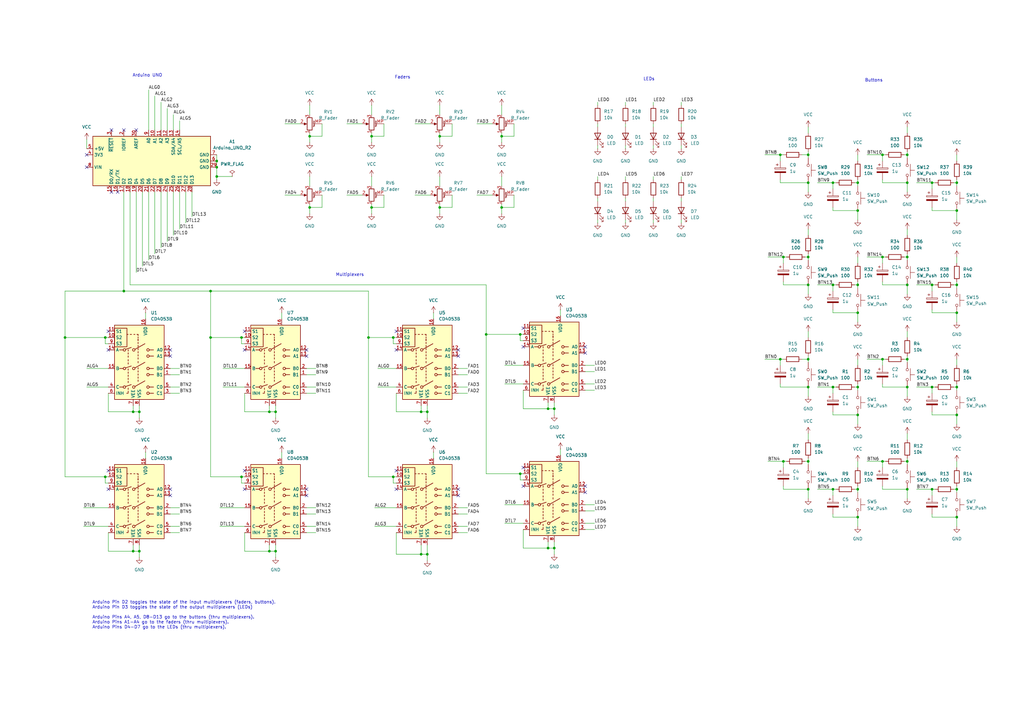
<source format=kicad_sch>
(kicad_sch (version 20250114) (generator "eeschema") (generator_version "9.0")
  (paper "A3")
  (title_block (title "Controller Buttons") (date "2025-03-08") (rev "0"))
  (text "Buttons" (at 358.394 33.02 0) (effects (font (size 1.27 1.27))))
  (text "LEDs\n" (at 266.192 32.512 0) (effects (font (size 1.27 1.27))))
  (text "Arduino Pin D2 toggles the state of the input multiplexers (faders, buttons).\nArduino Pin D3 toggles the state of the output multiplexers (LEDs)\n\nArduino Pins A4, A5, D8-D13 go to the buttons (thru multiplexers).\nArduino Pins A1-A4 go to the faders (thru multiplexers).\nArduino Pins D4-D7 go to the LEDs (thru multiplexers)." (at 37.846 252.222 0) (effects (font (size 1.27 1.27)) (justify left)))
  (text "Multiplexers" (at 143.51 112.776 0) (effects (font (size 1.27 1.27))))
  (text "Arduino UNO" (at 60.452 30.988 0) (effects (font (size 1.27 1.27))))
  (text "Faders" (at 165.1 31.75 0) (effects (font (size 1.27 1.27))))
  (junction (at 113.03 226.06))
  (junction (at 88.9 68.58))
  (junction (at 320.04 63.5))
  (junction (at 99.06 138.43))
  (junction (at 351.79 212.09))
  (junction (at 86.36 138.43))
  (junction (at 351.79 200.66))
  (junction (at 227.33 224.79))
  (junction (at 392.43 212.09))
  (junction (at 331.47 189.23))
  (junction (at 54.61 168.91))
  (junction (at 392.43 200.66))
  (junction (at 213.36 137.16))
  (junction (at 172.72 227.33))
  (junction (at 26.67 138.43))
  (junction (at 57.15 226.06))
  (junction (at 110.49 226.06))
  (junction (at 54.61 226.06))
  (junction (at 127 55.88))
  (junction (at 199.39 137.16))
  (junction (at 341.63 158.75))
  (junction (at 331.47 74.93))
  (junction (at 50.8 119.38))
  (junction (at 392.43 170.18))
  (junction (at 372.11 105.41))
  (junction (at 224.79 224.79))
  (junction (at 351.79 74.93))
  (junction (at 172.72 168.91))
  (junction (at 361.95 105.41))
  (junction (at 392.43 158.75))
  (junction (at 180.34 55.88))
  (junction (at 88.9 72.39))
  (junction (at 180.34 85.09))
  (junction (at 151.13 138.43))
  (junction (at 152.4 85.09))
  (junction (at 341.63 200.66))
  (junction (at 372.11 189.23))
  (junction (at 175.26 227.33))
  (junction (at 382.27 116.84))
  (junction (at 43.18 138.43))
  (junction (at 224.79 167.64))
  (junction (at 152.4 55.88))
  (junction (at 331.47 200.66))
  (junction (at 110.49 168.91))
  (junction (at 372.11 158.75))
  (junction (at 392.43 74.93))
  (junction (at 392.43 128.27))
  (junction (at 341.63 116.84))
  (junction (at 88.9 66.04))
  (junction (at 320.04 147.32))
  (junction (at 351.79 128.27))
  (junction (at 331.47 116.84))
  (junction (at 361.95 147.32))
  (junction (at 372.11 63.5))
  (junction (at 372.11 147.32))
  (junction (at 361.95 63.5))
  (junction (at 392.43 116.84))
  (junction (at 213.36 194.31))
  (junction (at 372.11 116.84))
  (junction (at 227.33 167.64))
  (junction (at 205.74 85.09))
  (junction (at 113.03 168.91))
  (junction (at 392.43 86.36))
  (junction (at 161.29 195.58))
  (junction (at 57.15 168.91))
  (junction (at 205.74 55.88))
  (junction (at 331.47 105.41))
  (junction (at 321.31 105.41))
  (junction (at 161.29 138.43))
  (junction (at 331.47 147.32))
  (junction (at 351.79 158.75))
  (junction (at 86.36 119.38))
  (junction (at 372.11 200.66))
  (junction (at 99.06 195.58))
  (junction (at 351.79 170.18))
  (junction (at 127 85.09))
  (junction (at 382.27 74.93))
  (junction (at 175.26 168.91))
  (junction (at 43.18 195.58))
  (junction (at 331.47 158.75))
  (junction (at 382.27 158.75))
  (junction (at 382.27 200.66))
  (junction (at 351.79 86.36))
  (junction (at 321.31 189.23))
  (junction (at 341.63 74.93))
  (junction (at 361.95 189.23))
  (junction (at 331.47 63.5))
  (junction (at 351.79 116.84))
  (junction (at 372.11 74.93))
  (no_connect (at 187.96 203.2))
  (no_connect (at 125.73 200.66))
  (no_connect (at 187.96 146.05))
  (no_connect (at 69.85 143.51))
  (no_connect (at 240.03 201.93))
  (no_connect (at 125.73 146.05))
  (no_connect (at 69.85 203.2))
  (no_connect (at 214.63 134.62))
  (no_connect (at 214.63 191.77))
  (no_connect (at 45.72 53.34))
  (no_connect (at 187.96 143.51))
  (no_connect (at 48.26 78.74))
  (no_connect (at 50.8 53.34))
  (no_connect (at 100.33 193.04))
  (no_connect (at 162.56 135.89))
  (no_connect (at 69.85 200.66))
  (no_connect (at 69.85 146.05))
  (no_connect (at 214.63 142.24))
  (no_connect (at 100.33 135.89))
  (no_connect (at 125.73 203.2))
  (no_connect (at 35.56 63.5))
  (no_connect (at 44.45 200.66))
  (no_connect (at 45.72 78.74))
  (no_connect (at 162.56 200.66))
  (no_connect (at 100.33 200.66))
  (no_connect (at 35.56 68.58))
  (no_connect (at 162.56 193.04))
  (no_connect (at 162.56 143.51))
  (no_connect (at 187.96 200.66))
  (no_connect (at 44.45 135.89))
  (no_connect (at 44.45 193.04))
  (no_connect (at 125.73 143.51))
  (no_connect (at 214.63 199.39))
  (no_connect (at 100.33 143.51))
  (no_connect (at 240.03 142.24))
  (no_connect (at 55.88 53.34))
  (no_connect (at 240.03 199.39))
  (no_connect (at 44.45 143.51))
  (no_connect (at 240.03 144.78))
  (wire (pts (xy 240.03 157.48) (xy 243.84 157.48)))
  (wire (pts (xy 361.95 73.66) (xy 361.95 74.93)))
  (wire (pts (xy 351.79 147.32) (xy 351.79 149.86)))
  (wire (pts (xy 99.06 195.58) (xy 99.06 198.12)))
  (wire (pts (xy 127 85.09) (xy 132.08 85.09)))
  (wire (pts (xy 185.42 50.8) (xy 185.42 55.88)))
  (wire (pts (xy 320.04 74.93) (xy 331.47 74.93)))
  (wire (pts (xy 60.96 78.74) (xy 60.96 106.68)))
  (wire (pts (xy 125.73 218.44) (xy 129.54 218.44)))
  (wire (pts (xy 240.03 149.86) (xy 243.84 149.86)))
  (wire (pts (xy 372.11 104.14) (xy 372.11 105.41)))
  (wire (pts (xy 125.73 153.67) (xy 129.54 153.67)))
  (wire (pts (xy 100.33 168.91) (xy 110.49 168.91)))
  (wire (pts (xy 392.43 199.39) (xy 392.43 200.66)))
  (wire (pts (xy 382.27 74.93) (xy 382.27 77.47)))
  (wire (pts (xy 125.73 158.75) (xy 129.54 158.75)))
  (wire (pts (xy 382.27 158.75) (xy 383.54 158.75)))
  (wire (pts (xy 127 55.88) (xy 127 58.42)))
  (wire (pts (xy 69.85 151.13) (xy 73.66 151.13)))
  (wire (pts (xy 132.08 50.8) (xy 132.08 55.88)))
  (wire (pts (xy 335.28 158.75) (xy 341.63 158.75)))
  (wire (pts (xy 26.67 195.58) (xy 43.18 195.58)))
  (wire (pts (xy 127 43.18) (xy 127 46.99)))
  (wire (pts (xy 154.94 158.75) (xy 162.56 158.75)))
  (wire (pts (xy 331.47 116.84) (xy 331.47 120.65)))
  (wire (pts (xy 392.43 73.66) (xy 392.43 74.93)))
  (wire (pts (xy 214.63 137.16) (xy 213.36 137.16)))
  (wire (pts (xy 392.43 115.57) (xy 392.43 116.84)))
  (wire (pts (xy 100.33 226.06) (xy 110.49 226.06)))
  (wire (pts (xy 361.95 74.93) (xy 372.11 74.93)))
  (wire (pts (xy 372.11 147.32) (xy 372.11 148.59)))
  (wire (pts (xy 240.03 207.01) (xy 243.84 207.01)))
  (wire (pts (xy 69.85 218.44) (xy 73.66 218.44)))
  (wire (pts (xy 351.79 73.66) (xy 351.79 74.93)))
  (wire (pts (xy 63.5 39.37) (xy 63.5 53.34)))
  (wire (pts (xy 214.63 167.64) (xy 224.79 167.64)))
  (wire (pts (xy 152.4 72.39) (xy 152.4 76.2)))
  (wire (pts (xy 321.31 105.41) (xy 321.31 107.95)))
  (wire (pts (xy 382.27 210.82) (xy 382.27 212.09)))
  (wire (pts (xy 60.96 36.83) (xy 60.96 53.34)))
  (wire (pts (xy 392.43 200.66) (xy 392.43 201.93)))
  (wire (pts (xy 372.11 116.84) (xy 372.11 120.65)))
  (wire (pts (xy 331.47 104.14) (xy 331.47 105.41)))
  (wire (pts (xy 320.04 147.32) (xy 320.04 149.86)))
  (wire (pts (xy 240.03 152.4) (xy 243.84 152.4)))
  (wire (pts (xy 76.2 78.74) (xy 76.2 91.44)))
  (wire (pts (xy 341.63 200.66) (xy 342.9 200.66)))
  (wire (pts (xy 392.43 86.36) (xy 392.43 90.17)))
  (wire (pts (xy 58.42 78.74) (xy 58.42 109.22)))
  (wire (pts (xy 142.24 50.8) (xy 148.59 50.8)))
  (wire (pts (xy 195.58 80.01) (xy 201.93 80.01)))
  (wire (pts (xy 351.79 212.09) (xy 351.79 215.9)))
  (wire (pts (xy 44.45 138.43) (xy 43.18 138.43)))
  (wire (pts (xy 35.56 57.15) (xy 35.56 60.96)))
  (wire (pts (xy 361.95 147.32) (xy 363.22 147.32)))
  (wire (pts (xy 341.63 210.82) (xy 341.63 212.09)))
  (wire (pts (xy 88.9 63.5) (xy 88.9 66.04)))
  (wire (pts (xy 207.01 149.86) (xy 214.63 149.86)))
  (wire (pts (xy 69.85 158.75) (xy 73.66 158.75)))
  (wire (pts (xy 382.27 127) (xy 382.27 128.27)))
  (wire (pts (xy 151.13 138.43) (xy 151.13 119.38)))
  (wire (pts (xy 392.43 212.09) (xy 392.43 215.9)))
  (wire (pts (xy 110.49 223.52) (xy 110.49 226.06)))
  (wire (pts (xy 361.95 105.41) (xy 363.22 105.41)))
  (wire (pts (xy 199.39 116.84) (xy 199.39 137.16)))
  (wire (pts (xy 152.4 83.82) (xy 152.4 85.09)))
  (wire (pts (xy 205.74 72.39) (xy 205.74 76.2)))
  (wire (pts (xy 245.11 50.8) (xy 245.11 52.07)))
  (wire (pts (xy 341.63 74.93) (xy 342.9 74.93)))
  (wire (pts (xy 34.29 208.28) (xy 44.45 208.28)))
  (wire (pts (xy 392.43 63.5) (xy 392.43 66.04)))
  (wire (pts (xy 335.28 200.66) (xy 341.63 200.66)))
  (wire (pts (xy 113.03 226.06) (xy 113.03 228.6)))
  (wire (pts (xy 320.04 73.66) (xy 320.04 74.93)))
  (wire (pts (xy 355.6 105.41) (xy 361.95 105.41)))
  (wire (pts (xy 392.43 157.48) (xy 392.43 158.75)))
  (wire (pts (xy 113.03 223.52) (xy 113.03 226.06)))
  (wire (pts (xy 26.67 119.38) (xy 26.67 138.43)))
  (wire (pts (xy 351.79 157.48) (xy 351.79 158.75)))
  (wire (pts (xy 213.36 196.85) (xy 214.63 196.85)))
  (wire (pts (xy 44.45 168.91) (xy 54.61 168.91)))
  (wire (pts (xy 68.58 78.74) (xy 68.58 99.06)))
  (wire (pts (xy 153.67 208.28) (xy 162.56 208.28)))
  (wire (pts (xy 372.11 63.5) (xy 372.11 64.77)))
  (wire (pts (xy 57.15 226.06) (xy 54.61 226.06)))
  (wire (pts (xy 66.04 78.74) (xy 66.04 101.6)))
  (wire (pts (xy 382.27 200.66) (xy 382.27 203.2)))
  (wire (pts (xy 125.73 210.82) (xy 129.54 210.82)))
  (wire (pts (xy 172.72 223.52) (xy 172.72 227.33)))
  (wire (pts (xy 355.6 189.23) (xy 361.95 189.23)))
  (wire (pts (xy 125.73 151.13) (xy 129.54 151.13)))
  (wire (pts (xy 205.74 43.18) (xy 205.74 46.99)))
  (wire (pts (xy 372.11 147.32) (xy 370.84 147.32)))
  (wire (pts (xy 351.79 158.75) (xy 350.52 158.75)))
  (wire (pts (xy 331.47 146.05) (xy 331.47 147.32)))
  (wire (pts (xy 142.24 80.01) (xy 148.59 80.01)))
  (wire (pts (xy 372.11 74.93) (xy 372.11 78.74)))
  (wire (pts (xy 127 55.88) (xy 132.08 55.88)))
  (wire (pts (xy 86.36 138.43) (xy 99.06 138.43)))
  (wire (pts (xy 351.79 86.36) (xy 351.79 90.17)))
  (wire (pts (xy 57.15 166.37) (xy 57.15 168.91)))
  (wire (pts (xy 321.31 105.41) (xy 322.58 105.41)))
  (wire (pts (xy 320.04 157.48) (xy 320.04 158.75)))
  (wire (pts (xy 351.79 189.23) (xy 351.79 191.77)))
  (wire (pts (xy 210.82 80.01) (xy 210.82 85.09)))
  (wire (pts (xy 86.36 138.43) (xy 86.36 195.58)))
  (wire (pts (xy 331.47 187.96) (xy 331.47 189.23)))
  (wire (pts (xy 172.72 166.37) (xy 172.72 168.91)))
  (wire (pts (xy 53.34 116.84) (xy 199.39 116.84)))
  (wire (pts (xy 180.34 43.18) (xy 180.34 46.99)))
  (wire (pts (xy 351.79 199.39) (xy 351.79 200.66)))
  (wire (pts (xy 335.28 74.93) (xy 341.63 74.93)))
  (wire (pts (xy 205.74 55.88) (xy 205.74 58.42)))
  (wire (pts (xy 175.26 227.33) (xy 175.26 229.87)))
  (wire (pts (xy 392.43 116.84) (xy 392.43 118.11)))
  (wire (pts (xy 116.84 80.01) (xy 123.19 80.01)))
  (wire (pts (xy 152.4 85.09) (xy 152.4 87.63)))
  (wire (pts (xy 392.43 74.93) (xy 391.16 74.93)))
  (wire (pts (xy 245.11 72.39) (xy 245.11 73.66)))
  (wire (pts (xy 351.79 116.84) (xy 351.79 118.11)))
  (wire (pts (xy 175.26 168.91) (xy 172.72 168.91)))
  (wire (pts (xy 331.47 158.75) (xy 331.47 162.56)))
  (wire (pts (xy 91.44 151.13) (xy 100.33 151.13)))
  (wire (pts (xy 279.4 72.39) (xy 279.4 73.66)))
  (wire (pts (xy 224.79 165.1) (xy 224.79 167.64)))
  (wire (pts (xy 175.26 168.91) (xy 175.26 171.45)))
  (wire (pts (xy 172.72 227.33) (xy 175.26 227.33)))
  (wire (pts (xy 372.11 63.5) (xy 370.84 63.5)))
  (wire (pts (xy 88.9 66.04) (xy 88.9 68.58)))
  (wire (pts (xy 227.33 224.79) (xy 227.33 227.33)))
  (wire (pts (xy 361.95 157.48) (xy 361.95 158.75)))
  (wire (pts (xy 26.67 138.43) (xy 26.67 195.58)))
  (wire (pts (xy 35.56 151.13) (xy 44.45 151.13)))
  (wire (pts (xy 100.33 138.43) (xy 99.06 138.43)))
  (wire (pts (xy 57.15 168.91) (xy 54.61 168.91)))
  (wire (pts (xy 267.97 72.39) (xy 267.97 73.66)))
  (wire (pts (xy 321.31 200.66) (xy 331.47 200.66)))
  (wire (pts (xy 341.63 86.36) (xy 351.79 86.36)))
  (wire (pts (xy 162.56 227.33) (xy 172.72 227.33)))
  (wire (pts (xy 240.03 214.63) (xy 243.84 214.63)))
  (wire (pts (xy 116.84 50.8) (xy 123.19 50.8)))
  (wire (pts (xy 382.27 116.84) (xy 382.27 119.38)))
  (wire (pts (xy 351.79 74.93) (xy 351.79 76.2)))
  (wire (pts (xy 57.15 168.91) (xy 57.15 171.45)))
  (wire (pts (xy 382.27 85.09) (xy 382.27 86.36)))
  (wire (pts (xy 375.92 74.93) (xy 382.27 74.93)))
  (wire (pts (xy 372.11 135.89) (xy 372.11 138.43)))
  (wire (pts (xy 43.18 195.58) (xy 43.18 198.12)))
  (wire (pts (xy 90.17 208.28) (xy 100.33 208.28)))
  (wire (pts (xy 43.18 138.43) (xy 43.18 140.97)))
  (wire (pts (xy 331.47 74.93) (xy 331.47 78.74)))
  (wire (pts (xy 113.03 166.37) (xy 113.03 168.91)))
  (wire (pts (xy 392.43 158.75) (xy 392.43 160.02)))
  (wire (pts (xy 331.47 62.23) (xy 331.47 63.5)))
  (wire (pts (xy 372.11 187.96) (xy 372.11 189.23)))
  (wire (pts (xy 331.47 93.98) (xy 331.47 96.52)))
  (wire (pts (xy 245.11 41.91) (xy 245.11 43.18)))
  (wire (pts (xy 382.27 128.27) (xy 392.43 128.27)))
  (wire (pts (xy 351.79 115.57) (xy 351.79 116.84)))
  (wire (pts (xy 372.11 93.98) (xy 372.11 96.52)))
  (wire (pts (xy 73.66 53.34) (xy 73.66 49.53)))
  (wire (pts (xy 382.27 74.93) (xy 383.54 74.93)))
  (wire (pts (xy 86.36 195.58) (xy 99.06 195.58)))
  (wire (pts (xy 161.29 198.12) (xy 161.29 195.58)))
  (wire (pts (xy 68.58 44.45) (xy 68.58 53.34)))
  (wire (pts (xy 375.92 200.66) (xy 382.27 200.66)))
  (wire (pts (xy 267.97 81.28) (xy 267.97 82.55)))
  (wire (pts (xy 44.45 218.44) (xy 44.45 226.06)))
  (wire (pts (xy 341.63 116.84) (xy 341.63 119.38)))
  (wire (pts (xy 187.96 210.82) (xy 191.77 210.82)))
  (wire (pts (xy 125.73 215.9) (xy 129.54 215.9)))
  (wire (pts (xy 331.47 200.66) (xy 331.47 204.47)))
  (wire (pts (xy 240.03 209.55) (xy 243.84 209.55)))
  (wire (pts (xy 66.04 41.91) (xy 66.04 53.34)))
  (wire (pts (xy 372.11 105.41) (xy 372.11 106.68)))
  (wire (pts (xy 195.58 50.8) (xy 201.93 50.8)))
  (wire (pts (xy 69.85 208.28) (xy 73.66 208.28)))
  (wire (pts (xy 279.4 50.8) (xy 279.4 52.07)))
  (wire (pts (xy 180.34 85.09) (xy 185.42 85.09)))
  (wire (pts (xy 152.4 54.61) (xy 152.4 55.88)))
  (wire (pts (xy 187.96 218.44) (xy 191.77 218.44)))
  (wire (pts (xy 100.33 218.44) (xy 100.33 226.06)))
  (wire (pts (xy 382.27 200.66) (xy 383.54 200.66)))
  (wire (pts (xy 382.27 168.91) (xy 382.27 170.18)))
  (wire (pts (xy 372.11 105.41) (xy 370.84 105.41)))
  (wire (pts (xy 227.33 167.64) (xy 224.79 167.64)))
  (wire (pts (xy 279.4 41.91) (xy 279.4 43.18)))
  (wire (pts (xy 63.5 78.74) (xy 63.5 104.14)))
  (wire (pts (xy 213.36 139.7) (xy 214.63 139.7)))
  (wire (pts (xy 44.45 195.58) (xy 43.18 195.58)))
  (wire (pts (xy 361.95 199.39) (xy 361.95 200.66)))
  (wire (pts (xy 361.95 189.23) (xy 363.22 189.23)))
  (wire (pts (xy 331.47 147.32) (xy 331.47 148.59)))
  (wire (pts (xy 392.43 116.84) (xy 391.16 116.84)))
  (wire (pts (xy 100.33 195.58) (xy 99.06 195.58)))
  (wire (pts (xy 382.27 86.36) (xy 392.43 86.36)))
  (wire (pts (xy 229.87 184.15) (xy 229.87 186.69)))
  (wire (pts (xy 177.8 185.42) (xy 177.8 187.96)))
  (wire (pts (xy 341.63 158.75) (xy 342.9 158.75)))
  (wire (pts (xy 214.63 217.17) (xy 214.63 224.79)))
  (wire (pts (xy 392.43 189.23) (xy 392.43 191.77)))
  (wire (pts (xy 59.69 128.27) (xy 59.69 130.81)))
  (wire (pts (xy 162.56 218.44) (xy 162.56 227.33)))
  (wire (pts (xy 256.54 59.69) (xy 256.54 60.96)))
  (wire (pts (xy 86.36 119.38) (xy 86.36 138.43)))
  (wire (pts (xy 162.56 138.43) (xy 161.29 138.43)))
  (wire (pts (xy 34.29 215.9) (xy 44.45 215.9)))
  (wire (pts (xy 331.47 135.89) (xy 331.47 138.43)))
  (wire (pts (xy 240.03 160.02) (xy 243.84 160.02)))
  (wire (pts (xy 256.54 90.17) (xy 256.54 91.44)))
  (wire (pts (xy 331.47 189.23) (xy 331.47 190.5)))
  (wire (pts (xy 180.34 55.88) (xy 180.34 58.42)))
  (wire (pts (xy 341.63 116.84) (xy 342.9 116.84)))
  (wire (pts (xy 320.04 63.5) (xy 321.31 63.5)))
  (wire (pts (xy 59.69 185.42) (xy 59.69 187.96)))
  (wire (pts (xy 187.96 208.28) (xy 191.77 208.28)))
  (wire (pts (xy 71.12 46.99) (xy 71.12 53.34)))
  (wire (pts (xy 53.34 116.84) (xy 53.34 78.74)))
  (wire (pts (xy 50.8 119.38) (xy 26.67 119.38)))
  (wire (pts (xy 127 83.82) (xy 127 85.09)))
  (wire (pts (xy 392.43 170.18) (xy 392.43 173.99)))
  (wire (pts (xy 341.63 74.93) (xy 341.63 77.47)))
  (wire (pts (xy 224.79 222.25) (xy 224.79 224.79)))
  (wire (pts (xy 69.85 161.29) (xy 73.66 161.29)))
  (wire (pts (xy 361.95 105.41) (xy 361.95 107.95)))
  (wire (pts (xy 152.4 43.18) (xy 152.4 46.99)))
  (wire (pts (xy 341.63 170.18) (xy 351.79 170.18)))
  (wire (pts (xy 78.74 78.74) (xy 78.74 88.9)))
  (wire (pts (xy 351.79 105.41) (xy 351.79 107.95)))
  (wire (pts (xy 355.6 147.32) (xy 361.95 147.32)))
  (wire (pts (xy 279.4 81.28) (xy 279.4 82.55)))
  (wire (pts (xy 90.17 215.9) (xy 100.33 215.9)))
  (wire (pts (xy 267.97 59.69) (xy 267.97 60.96)))
  (wire (pts (xy 341.63 85.09) (xy 341.63 86.36)))
  (wire (pts (xy 361.95 63.5) (xy 361.95 66.04)))
  (wire (pts (xy 361.95 115.57) (xy 361.95 116.84)))
  (wire (pts (xy 227.33 167.64) (xy 227.33 170.18)))
  (wire (pts (xy 351.79 128.27) (xy 351.79 132.08)))
  (wire (pts (xy 71.12 78.74) (xy 71.12 96.52)))
  (wire (pts (xy 205.74 85.09) (xy 210.82 85.09)))
  (wire (pts (xy 170.18 80.01) (xy 176.53 80.01)))
  (wire (pts (xy 44.45 226.06) (xy 54.61 226.06)))
  (wire (pts (xy 341.63 127) (xy 341.63 128.27)))
  (wire (pts (xy 361.95 63.5) (xy 363.22 63.5)))
  (wire (pts (xy 177.8 128.27) (xy 177.8 130.81)))
  (wire (pts (xy 361.95 158.75) (xy 372.11 158.75)))
  (wire (pts (xy 341.63 212.09) (xy 351.79 212.09)))
  (wire (pts (xy 161.29 140.97) (xy 161.29 138.43)))
  (wire (pts (xy 187.96 158.75) (xy 191.77 158.75)))
  (wire (pts (xy 372.11 52.07) (xy 372.11 54.61)))
  (wire (pts (xy 152.4 85.09) (xy 157.48 85.09)))
  (wire (pts (xy 205.74 55.88) (xy 210.82 55.88)))
  (wire (pts (xy 35.56 158.75) (xy 44.45 158.75)))
  (wire (pts (xy 351.79 116.84) (xy 350.52 116.84)))
  (wire (pts (xy 73.66 78.74) (xy 73.66 93.98)))
  (wire (pts (xy 331.47 63.5) (xy 331.47 64.77)))
  (wire (pts (xy 162.56 195.58) (xy 161.29 195.58)))
  (wire (pts (xy 321.31 116.84) (xy 331.47 116.84)))
  (wire (pts (xy 320.04 147.32) (xy 321.31 147.32)))
  (wire (pts (xy 91.44 158.75) (xy 100.33 158.75)))
  (wire (pts (xy 392.43 128.27) (xy 392.43 132.08)))
  (wire (pts (xy 267.97 50.8) (xy 267.97 52.07)))
  (wire (pts (xy 44.45 161.29) (xy 44.45 168.91)))
  (wire (pts (xy 313.69 147.32) (xy 320.04 147.32)))
  (wire (pts (xy 57.15 226.06) (xy 57.15 228.6)))
  (wire (pts (xy 245.11 90.17) (xy 245.11 91.44)))
  (wire (pts (xy 26.67 138.43) (xy 43.18 138.43)))
  (wire (pts (xy 331.47 105.41) (xy 330.2 105.41)))
  (wire (pts (xy 267.97 90.17) (xy 267.97 91.44)))
  (wire (pts (xy 361.95 116.84) (xy 372.11 116.84)))
  (wire (pts (xy 314.96 105.41) (xy 321.31 105.41)))
  (wire (pts (xy 375.92 116.84) (xy 382.27 116.84)))
  (wire (pts (xy 113.03 226.06) (xy 110.49 226.06)))
  (wire (pts (xy 180.34 55.88) (xy 185.42 55.88)))
  (wire (pts (xy 214.63 194.31) (xy 213.36 194.31)))
  (wire (pts (xy 88.9 72.39) (xy 95.25 72.39)))
  (wire (pts (xy 372.11 177.8) (xy 372.11 180.34)))
  (wire (pts (xy 180.34 72.39) (xy 180.34 76.2)))
  (wire (pts (xy 213.36 137.16) (xy 213.36 139.7)))
  (wire (pts (xy 351.79 74.93) (xy 350.52 74.93)))
  (wire (pts (xy 392.43 74.93) (xy 392.43 76.2)))
  (wire (pts (xy 153.67 215.9) (xy 162.56 215.9)))
  (wire (pts (xy 162.56 198.12) (xy 161.29 198.12)))
  (wire (pts (xy 187.96 153.67) (xy 191.77 153.67)))
  (wire (pts (xy 55.88 78.74) (xy 55.88 111.76)))
  (wire (pts (xy 245.11 59.69) (xy 245.11 60.96)))
  (wire (pts (xy 54.61 166.37) (xy 54.61 168.91)))
  (wire (pts (xy 213.36 194.31) (xy 213.36 196.85)))
  (wire (pts (xy 99.06 198.12) (xy 100.33 198.12)))
  (wire (pts (xy 331.47 105.41) (xy 331.47 106.68)))
  (wire (pts (xy 207.01 157.48) (xy 214.63 157.48)))
  (wire (pts (xy 372.11 146.05) (xy 372.11 147.32)))
  (wire (pts (xy 151.13 195.58) (xy 161.29 195.58)))
  (wire (pts (xy 132.08 80.01) (xy 132.08 85.09)))
  (wire (pts (xy 351.79 170.18) (xy 351.79 173.99)))
  (wire (pts (xy 157.48 80.01) (xy 157.48 85.09)))
  (wire (pts (xy 361.95 200.66) (xy 372.11 200.66)))
  (wire (pts (xy 205.74 85.09) (xy 205.74 87.63)))
  (wire (pts (xy 392.43 105.41) (xy 392.43 107.95)))
  (wire (pts (xy 151.13 138.43) (xy 161.29 138.43)))
  (wire (pts (xy 57.15 223.52) (xy 57.15 226.06)))
  (wire (pts (xy 351.79 158.75) (xy 351.79 160.02)))
  (wire (pts (xy 382.27 116.84) (xy 383.54 116.84)))
  (wire (pts (xy 320.04 158.75) (xy 331.47 158.75)))
  (wire (pts (xy 335.28 116.84) (xy 341.63 116.84)))
  (wire (pts (xy 125.73 161.29) (xy 129.54 161.29)))
  (wire (pts (xy 115.57 185.42) (xy 115.57 187.96)))
  (wire (pts (xy 43.18 140.97) (xy 44.45 140.97)))
  (wire (pts (xy 321.31 115.57) (xy 321.31 116.84)))
  (wire (pts (xy 152.4 55.88) (xy 152.4 58.42)))
  (wire (pts (xy 185.42 80.01) (xy 185.42 85.09)))
  (wire (pts (xy 320.04 63.5) (xy 320.04 66.04)))
  (wire (pts (xy 341.63 128.27) (xy 351.79 128.27)))
  (wire (pts (xy 256.54 81.28) (xy 256.54 82.55)))
  (wire (pts (xy 127 54.61) (xy 127 55.88)))
  (wire (pts (xy 341.63 158.75) (xy 341.63 161.29)))
  (wire (pts (xy 207.01 214.63) (xy 214.63 214.63)))
  (wire (pts (xy 100.33 161.29) (xy 100.33 168.91)))
  (wire (pts (xy 351.79 63.5) (xy 351.79 66.04)))
  (wire (pts (xy 279.4 90.17) (xy 279.4 91.44)))
  (wire (pts (xy 199.39 137.16) (xy 199.39 194.31)))
  (wire (pts (xy 372.11 189.23) (xy 372.11 190.5)))
  (wire (pts (xy 187.96 215.9) (xy 191.77 215.9)))
  (wire (pts (xy 392.43 147.32) (xy 392.43 149.86)))
  (wire (pts (xy 321.31 199.39) (xy 321.31 200.66)))
  (wire (pts (xy 314.96 189.23) (xy 321.31 189.23)))
  (wire (pts (xy 321.31 189.23) (xy 321.31 191.77)))
  (wire (pts (xy 180.34 83.82) (xy 180.34 85.09)))
  (wire (pts (xy 375.92 158.75) (xy 382.27 158.75)))
  (wire (pts (xy 151.13 138.43) (xy 151.13 195.58)))
  (wire (pts (xy 157.48 50.8) (xy 157.48 55.88)))
  (wire (pts (xy 341.63 168.91) (xy 341.63 170.18)))
  (wire (pts (xy 187.96 151.13) (xy 191.77 151.13)))
  (wire (pts (xy 50.8 78.74) (xy 50.8 119.38)))
  (wire (pts (xy 382.27 212.09) (xy 392.43 212.09)))
  (wire (pts (xy 372.11 158.75) (xy 372.11 162.56)))
  (wire (pts (xy 99.06 140.97) (xy 100.33 140.97)))
  (wire (pts (xy 351.79 200.66) (xy 350.52 200.66)))
  (wire (pts (xy 115.57 128.27) (xy 115.57 130.81)))
  (wire (pts (xy 372.11 62.23) (xy 372.11 63.5)))
  (wire (pts (xy 382.27 158.75) (xy 382.27 161.29)))
  (wire (pts (xy 69.85 215.9) (xy 73.66 215.9)))
  (wire (pts (xy 54.61 223.52) (xy 54.61 226.06)))
  (wire (pts (xy 162.56 140.97) (xy 161.29 140.97)))
  (wire (pts (xy 214.63 160.02) (xy 214.63 167.64)))
  (wire (pts (xy 210.82 50.8) (xy 210.82 55.88)))
  (wire (pts (xy 113.03 168.91) (xy 110.49 168.91)))
  (wire (pts (xy 227.33 165.1) (xy 227.33 167.64)))
  (wire (pts (xy 229.87 127) (xy 229.87 129.54)))
  (wire (pts (xy 341.63 200.66) (xy 341.63 203.2)))
  (wire (pts (xy 328.93 63.5) (xy 331.47 63.5)))
  (wire (pts (xy 256.54 50.8) (xy 256.54 52.07)))
  (wire (pts (xy 331.47 177.8) (xy 331.47 180.34)))
  (wire (pts (xy 227.33 222.25) (xy 227.33 224.79)))
  (wire (pts (xy 331.47 189.23) (xy 330.2 189.23)))
  (wire (pts (xy 351.79 200.66) (xy 351.79 201.93)))
  (wire (pts (xy 99.06 138.43) (xy 99.06 140.97)))
  (wire (pts (xy 313.69 63.5) (xy 320.04 63.5)))
  (wire (pts (xy 245.11 81.28) (xy 245.11 82.55)))
  (wire (pts (xy 175.26 166.37) (xy 175.26 168.91)))
  (wire (pts (xy 154.94 151.13) (xy 162.56 151.13)))
  (wire (pts (xy 321.31 189.23) (xy 322.58 189.23)))
  (wire (pts (xy 127 85.09) (xy 127 87.63)))
  (wire (pts (xy 361.95 189.23) (xy 361.95 191.77)))
  (wire (pts (xy 110.49 166.37) (xy 110.49 168.91)))
  (wire (pts (xy 86.36 119.38) (xy 151.13 119.38)))
  (wire (pts (xy 170.18 50.8) (xy 176.53 50.8)))
  (wire (pts (xy 392.43 200.66) (xy 391.16 200.66)))
  (wire (pts (xy 199.39 194.31) (xy 213.36 194.31)))
  (wire (pts (xy 355.6 63.5) (xy 361.95 63.5)))
  (wire (pts (xy 113.03 168.91) (xy 113.03 171.45)))
  (wire (pts (xy 152.4 55.88) (xy 157.48 55.88)))
  (wire (pts (xy 227.33 224.79) (xy 224.79 224.79)))
  (wire (pts (xy 88.9 72.39) (xy 88.9 73.66)))
  (wire (pts (xy 162.56 161.29) (xy 162.56 168.91)))
  (wire (pts (xy 180.34 54.61) (xy 180.34 55.88)))
  (wire (pts (xy 205.74 54.61) (xy 205.74 55.88)))
  (wire (pts (xy 372.11 189.23) (xy 370.84 189.23)))
  (wire (pts (xy 50.8 119.38) (xy 86.36 119.38)))
  (wire (pts (xy 267.97 41.91) (xy 267.97 43.18)))
  (wire (pts (xy 240.03 217.17) (xy 243.84 217.17)))
  (wire (pts (xy 187.96 161.29) (xy 191.77 161.29)))
  (wire (pts (xy 372.11 200.66) (xy 372.11 204.47)))
  (wire (pts (xy 199.39 137.16) (xy 213.36 137.16)))
  (wire (pts (xy 331.47 52.07) (xy 331.47 54.61)))
  (wire (pts (xy 88.9 68.58) (xy 88.9 72.39)))
  (wire (pts (xy 205.74 83.82) (xy 205.74 85.09)))
  (wire (pts (xy 175.26 223.52) (xy 175.26 227.33)))
  (wire (pts (xy 382.27 170.18) (xy 392.43 170.18)))
  (wire (pts (xy 256.54 41.91) (xy 256.54 43.18)))
  (wire (pts (xy 361.95 147.32) (xy 361.95 149.86)))
  (wire (pts (xy 256.54 72.39) (xy 256.54 73.66)))
  (wire (pts (xy 127 72.39) (xy 127 76.2)))
  (wire (pts (xy 69.85 153.67) (xy 73.66 153.67)))
  (wire (pts (xy 214.63 224.79) (xy 224.79 224.79)))
  (wire (pts (xy 328.93 147.32) (xy 331.47 147.32)))
  (wire (pts (xy 162.56 168.91) (xy 172.72 168.91)))
  (wire (pts (xy 180.34 85.09) (xy 180.34 87.63)))
  (wire (pts (xy 392.43 158.75) (xy 391.16 158.75)))
  (wire (pts (xy 69.85 210.82) (xy 73.66 210.82)))
  (wire (pts (xy 125.73 208.28) (xy 129.54 208.28)))
  (wire (pts (xy 207.01 207.01) (xy 214.63 207.01)))
  (wire (pts (xy 43.18 198.12) (xy 44.45 198.12)))
  (wire (pts (xy 279.4 59.69) (xy 279.4 60.96)))
  (label "LED3" (at 279.4 41.91 0))
  (label "LED7" (at 243.84 217.17 0))
  (label "DTL13" (at 90.17 215.9 0))
  (label "ALG0" (at 154.94 151.13 0))
  (label "BTN15" (at 129.54 218.44 0))
  (label "ALG1" (at 63.5 39.37 0))
  (label "ALG4" (at 35.56 151.13 0))
  (label "BTN7" (at 73.66 218.44 0))
  (label "ALG3" (at 153.67 215.9 0))
  (label "BTN1" (at 73.66 153.67 0))
  (label "DTL9" (at 68.58 99.06 0))
  (label "BTN6" (at 355.6 189.23 0))
  (label "LED4" (at 245.11 72.39 0))
  (label "BTN2" (at 355.6 147.32 0))
  (label "BTN1" (at 335.28 158.75 0))
  (label "LED2" (at 243.84 157.48 0))
  (label "FAD1" (at 142.24 50.8 0))
  (label "DTL9" (at 34.29 215.9 0))
  (label "BTN6" (at 73.66 215.9 0))
  (label "BTN7" (at 375.92 200.66 0))
  (label "BTN4" (at 314.96 189.23 0))
  (label "FAD7" (at 191.77 215.9 0))
  (label "BTN8" (at 313.69 63.5 0))
  (label "FAD0" (at 191.77 153.67 0))
  (label "FAD5" (at 191.77 208.28 0))
  (label "DTL11" (at 73.66 93.98 0))
  (label "LED7" (at 279.4 72.39 0))
  (label "ALG5" (at 35.56 158.75 0))
  (label "FAD5" (at 142.24 80.01 0))
  (label "BTN0" (at 313.69 147.32 0))
  (label "DTL4" (at 55.88 111.76 0))
  (label "BTN12" (at 314.96 105.41 0))
  (label "FAD4" (at 116.84 80.01 0))
  (label "ALG0" (at 60.96 36.83 0))
  (label "ALG4" (at 71.12 46.99 0))
  (label "DTL7" (at 207.01 214.63 0))
  (label "LED2" (at 267.97 41.91 0))
  (label "BTN4" (at 73.66 208.28 0))
  (label "DTL11" (at 91.44 158.75 0))
  (label "LED0" (at 243.84 149.86 0))
  (label "DTL6" (at 207.01 207.01 0))
  (label "DTL12" (at 90.17 208.28 0))
  (label "BTN3" (at 73.66 161.29 0))
  (label "BTN15" (at 375.92 116.84 0))
  (label "LED1" (at 243.84 152.4 0))
  (label "LED5" (at 243.84 209.55 0))
  (label "FAD0" (at 116.84 50.8 0))
  (label "BTN3" (at 375.92 158.75 0))
  (label "ALG2" (at 66.04 41.91 0))
  (label "BTN5" (at 335.28 200.66 0))
  (label "FAD7" (at 195.58 80.01 0))
  (label "FAD3" (at 191.77 158.75 0))
  (label "BTN9" (at 129.54 153.67 0))
  (label "DTL6" (at 60.96 106.68 0))
  (label "ALG2" (at 153.67 208.28 0))
  (label "FAD4" (at 191.77 210.82 0))
  (label "FAD6" (at 191.77 218.44 0))
  (label "LED4" (at 243.84 207.01 0))
  (label "FAD6" (at 170.18 80.01 0))
  (label "BTN0" (at 73.66 151.13 0))
  (label "LED1" (at 256.54 41.91 0))
  (label "BTN9" (at 335.28 74.93 0))
  (label "BTN10" (at 355.6 63.5 0))
  (label "DTL10" (at 71.12 96.52 0))
  (label "ALG5" (at 73.66 49.53 0))
  (label "LED5" (at 256.54 72.39 0))
  (label "DTL7" (at 63.5 104.14 0))
  (label "BTN13" (at 335.28 116.84 0))
  (label "BTN10" (at 129.54 158.75 0))
  (label "ALG1" (at 154.94 158.75 0))
  (label "DTL8" (at 34.29 208.28 0))
  (label "FAD1" (at 191.77 151.13 0))
  (label "BTN12" (at 129.54 208.28 0))
  (label "DTL8" (at 66.04 101.6 0))
  (label "LED6" (at 267.97 72.39 0))
  (label "FAD2" (at 191.77 161.29 0))
  (label "BTN14" (at 355.6 105.41 0))
  (label "FAD3" (at 195.58 50.8 0))
  (label "LED0" (at 245.11 41.91 0))
  (label "DTL4" (at 207.01 149.86 0))
  (label "BTN5" (at 73.66 210.82 0))
  (label "BTN14" (at 129.54 215.9 0))
  (label "BTN11" (at 129.54 161.29 0))
  (label "BTN2" (at 73.66 158.75 0))
  (label "ALG3" (at 68.58 44.45 0))
  (label "BTN8" (at 129.54 151.13 0))
  (label "DTL5" (at 207.01 157.48 0))
  (label "DTL12" (at 76.2 91.44 0))
  (label "FAD2" (at 170.18 50.8 0))
  (label "LED3" (at 243.84 160.02 0))
  (label "BTN11" (at 375.92 74.93 0))
  (label "BTN13" (at 129.54 210.82 0))
  (label "DTL13" (at 78.74 88.9 0))
  (label "LED6" (at 243.84 214.63 0))
  (label "DTL5" (at 58.42 109.22 0))
  (label "DTL10" (at 91.44 151.13 0))
  (symbol (lib_id "power:VCC") (at 205.74 72.39 0) (unit 1)
    (property "Reference" "#PWR053" (effects (hide yes)))
    (property "Value" "VCC" (at 205.74 67.31 0))
    (property "Description" "Power symbol creates a global label with name \"VCC\"" (effects (hide yes)))
  )
  (symbol (lib_id "Device:C_Polarized") (at 382.27 207.01 0) (unit 1)
    (property "Reference" "C7" (at 386.08 204.8509 0) (effects (justify left)))
    (property "Value" "1u" (at 386.08 207.3909 0) (effects (justify left)))
    (property "Footprint" "Capacitor_THT:CP_Radial_D5.0mm_P2.50mm" (effects (hide yes)))
    (property "Description" "Polarized capacitor" (effects (hide yes)))
  )
  (symbol (lib_id "Device:C_Polarized") (at 321.31 111.76 0) (unit 1)
    (property "Reference" "C10" (at 325.12 109.6009 0) (effects (justify left)))
    (property "Value" "1u" (at 325.12 112.1409 0) (effects (justify left)))
    (property "Footprint" "Capacitor_THT:CP_Radial_D5.0mm_P2.50mm" (effects (hide yes)))
    (property "Description" "Polarized capacitor" (effects (hide yes)))
  )
  (symbol (lib_id "Device:R_Potentiometer_MountingPin") (at 127 50.8 180) (unit 1)
    (property "Reference" "RV1" (at 134.62 45.8468 0))
    (property "Value" "R_Fader" (at 134.62 48.3868 0))
    (property "Footprint" "Potentiometer_THT:Potentiometer_Bourns_PTA4543_Single_Slide" (effects (hide yes)))
    (property "Description" "Potentiometer with a mounting pin" (effects (hide yes)))
  )
  (symbol (lib_id "Device:R") (at 279.4 46.99 0) (unit 1)
    (property "Reference" "R20" (at 281.94 45.7199 0) (effects (justify left)))
    (property "Value" "10k" (at 281.94 48.2599 0) (effects (justify left)))
    (property "Footprint" "Resistor_THT:R_Axial_DIN0207_L6.3mm_D2.5mm_P7.62mm_Horizontal" (effects (hide yes)))
    (property "Description" "Resistor" (effects (hide yes)))
  )
  (symbol (lib_id "Device:R_Potentiometer_MountingPin") (at 152.4 50.8 180) (unit 1)
    (property "Reference" "RV2" (at 160.02 45.8468 0))
    (property "Value" "R_Fader" (at 160.02 48.3868 0))
    (property "Footprint" "Potentiometer_THT:Potentiometer_Bourns_PTA4543_Single_Slide" (effects (hide yes)))
    (property "Description" "Potentiometer with a mounting pin" (effects (hide yes)))
  )
  (symbol (lib_id "Device:C_Polarized") (at 320.04 69.85 0) (unit 1)
    (property "Reference" "C9" (at 323.85 67.6909 0) (effects (justify left)))
    (property "Value" "1u" (at 323.85 70.2309 0) (effects (justify left)))
    (property "Footprint" "Capacitor_THT:CP_Radial_D5.0mm_P2.50mm" (effects (hide yes)))
    (property "Description" "Polarized capacitor" (effects (hide yes)))
  )
  (symbol (lib_id "power:VCC") (at 351.79 189.23 0) (unit 1)
    (property "Reference" "#PWR013" (effects (hide yes)))
    (property "Value" "VCC" (at 351.79 184.15 0))
    (property "Description" "Power symbol creates a global label with name \"VCC\"" (effects (hide yes)))
  )
  (symbol (lib_id "Switch:SW_Push") (at 372.11 69.85 270) (unit 1)
    (property "Reference" "SW12" (at 375.92 68.5799 90) (effects (justify left)))
    (property "Value" "SW_Push" (at 375.92 71.1199 90) (effects (justify left)))
    (property "Footprint" "Button_Switch_THT:SW_PUSH-12mm" (effects (hide yes)))
    (property "Description" "Push button switch, generic, two pins" (effects (hide yes)))
  )
  (symbol (lib_id "Device:R") (at 325.12 147.32 90) (unit 1)
    (property "Reference" "R15" (at 325.12 140.97 90))
    (property "Value" "100" (at 325.12 143.51 90))
    (property "Footprint" "Resistor_THT:R_Axial_DIN0207_L6.3mm_D2.5mm_P7.62mm_Horizontal" (effects (hide yes)))
    (property "Description" "Resistor" (effects (hide yes)))
  )
  (symbol (lib_id "Switch:SW_Push") (at 331.47 153.67 270) (unit 1)
    (property "Reference" "SW0" (at 335.28 152.3999 90) (effects (justify left)))
    (property "Value" "SW_Push" (at 335.28 154.9399 90) (effects (justify left)))
    (property "Footprint" "Button_Switch_THT:SW_PUSH-12mm" (effects (hide yes)))
    (property "Description" "Push button switch, generic, two pins" (effects (hide yes)))
  )
  (symbol (lib_id "Device:LED") (at 256.54 86.36 90) (unit 1)
    (property "Reference" "D5" (at 260.35 86.6774 90) (effects (justify right)))
    (property "Value" "LED" (at 260.35 89.2174 90) (effects (justify right)))
    (property "Footprint" "LED_THT:LED_D4.0mm" (effects (hide yes)))
    (property "Description" "Light emitting diode" (effects (hide yes)))
    (property "Sim.Pins" "1=K 2=A" (effects (hide yes)))
  )
  (symbol (lib_id "power:GND") (at 152.4 58.42 0) (unit 1)
    (property "Reference" "#PWR042" (effects (hide yes)))
    (property "Value" "GND" (at 152.4 63.5 0))
    (property "Description" "Power symbol creates a global label with name \"GND\" , ground" (effects (hide yes)))
  )
  (symbol (lib_id "Device:C_Polarized") (at 382.27 81.28 0) (unit 1)
    (property "Reference" "C15" (at 386.08 79.1209 0) (effects (justify left)))
    (property "Value" "1u" (at 386.08 81.6609 0) (effects (justify left)))
    (property "Footprint" "Capacitor_THT:CP_Radial_D5.0mm_P2.50mm" (effects (hide yes)))
    (property "Description" "Polarized capacitor" (effects (hide yes)))
  )
  (symbol (lib_id "Device:LED") (at 267.97 86.36 90) (unit 1)
    (property "Reference" "D6" (at 271.78 86.6774 90) (effects (justify right)))
    (property "Value" "LED" (at 271.78 89.2174 90) (effects (justify right)))
    (property "Footprint" "LED_THT:LED_D4.0mm" (effects (hide yes)))
    (property "Description" "Light emitting diode" (effects (hide yes)))
    (property "Sim.Pins" "1=K 2=A" (effects (hide yes)))
  )
  (symbol (lib_id "Device:R") (at 392.43 111.76 0) (unit 1)
    (property "Reference" "R40" (at 394.97 110.4899 0) (effects (justify left)))
    (property "Value" "10k" (at 394.97 113.0299 0) (effects (justify left)))
    (property "Footprint" "Resistor_THT:R_Axial_DIN0207_L6.3mm_D2.5mm_P7.62mm_Horizontal" (effects (hide yes)))
    (property "Description" "Resistor" (effects (hide yes)))
  )
  (symbol (lib_id "Device:C_Polarized") (at 341.63 123.19 0) (unit 1)
    (property "Reference" "C12" (at 345.44 121.0309 0) (effects (justify left)))
    (property "Value" "1u" (at 345.44 123.5709 0) (effects (justify left)))
    (property "Footprint" "Capacitor_THT:CP_Radial_D5.0mm_P2.50mm" (effects (hide yes)))
    (property "Description" "Polarized capacitor" (effects (hide yes)))
  )
  (symbol (lib_id "power:GND") (at 152.4 87.63 0) (unit 1)
    (property "Reference" "#PWR050" (effects (hide yes)))
    (property "Value" "GND" (at 152.4 92.71 0))
    (property "Description" "Power symbol creates a global label with name \"GND\" , ground" (effects (hide yes)))
  )
  (symbol (lib_id "power:GND") (at 392.43 90.17 0) (unit 1)
    (property "Reference" "#PWR072" (effects (hide yes)))
    (property "Value" "GND" (at 392.43 95.25 0))
    (property "Description" "Power symbol creates a global label with name \"GND\" , ground" (effects (hide yes)))
  )
  (symbol (lib_id "power:VCC") (at 127 43.18 0) (unit 1)
    (property "Reference" "#PWR039" (effects (hide yes)))
    (property "Value" "VCC" (at 127 38.1 0))
    (property "Description" "Power symbol creates a global label with name \"VCC\"" (effects (hide yes)))
  )
  (symbol (lib_id "power:VCC") (at 177.8 185.42 0) (unit 1)
    (property "Reference" "#PWR036" (effects (hide yes)))
    (property "Value" "VCC" (at 177.8 180.34 0))
    (property "Description" "Power symbol creates a global label with name \"VCC\"" (effects (hide yes)))
  )
  (symbol (lib_id "Device:R") (at 326.39 189.23 90) (unit 1)
    (property "Reference" "R7" (at 326.39 182.88 90))
    (property "Value" "100" (at 326.39 185.42 90))
    (property "Footprint" "Resistor_THT:R_Axial_DIN0207_L6.3mm_D2.5mm_P7.62mm_Horizontal" (effects (hide yes)))
    (property "Description" "Resistor" (effects (hide yes)))
  )
  (symbol (lib_id "Switch:SW_Push") (at 331.47 69.85 270) (unit 1)
    (property "Reference" "SW8" (at 335.28 68.5799 90) (effects (justify left)))
    (property "Value" "SW_Push" (at 335.28 71.1199 90) (effects (justify left)))
    (property "Footprint" "Button_Switch_THT:SW_PUSH-12mm" (effects (hide yes)))
    (property "Description" "Push button switch, generic, two pins" (effects (hide yes)))
  )
  (symbol (lib_id "Switch:SW_Push") (at 372.11 111.76 270) (unit 1)
    (property "Reference" "SW13" (at 375.92 110.4899 90) (effects (justify left)))
    (property "Value" "SW_Push" (at 375.92 113.0299 90) (effects (justify left)))
    (property "Footprint" "Button_Switch_THT:SW_PUSH-12mm" (effects (hide yes)))
    (property "Description" "Push button switch, generic, two pins" (effects (hide yes)))
  )
  (symbol (lib_id "power:VCC") (at 351.79 63.5 0) (unit 1)
    (property "Reference" "#PWR063" (effects (hide yes)))
    (property "Value" "VCC" (at 351.79 58.42 0))
    (property "Description" "Power symbol creates a global label with name \"VCC\"" (effects (hide yes)))
  )
  (symbol (lib_id "power:GND") (at 205.74 87.63 0) (unit 1)
    (property "Reference" "#PWR054" (effects (hide yes)))
    (property "Value" "GND" (at 205.74 92.71 0))
    (property "Description" "Power symbol creates a global label with name \"GND\" , ground" (effects (hide yes)))
  )
  (symbol (lib_id "power:VCC") (at 115.57 128.27 0) (unit 1)
    (property "Reference" "#PWR057" (effects (hide yes)))
    (property "Value" "VCC" (at 115.57 123.19 0))
    (property "Description" "Power symbol creates a global label with name \"VCC\"" (effects (hide yes)))
  )
  (symbol (lib_id "power:VCC") (at 180.34 43.18 0) (unit 1)
    (property "Reference" "#PWR043" (effects (hide yes)))
    (property "Value" "VCC" (at 180.34 38.1 0))
    (property "Description" "Power symbol creates a global label with name \"VCC\"" (effects (hide yes)))
  )
  (symbol (lib_id "power:GND") (at 351.79 132.08 0) (unit 1)
    (property "Reference" "#PWR066" (effects (hide yes)))
    (property "Value" "GND" (at 351.79 137.16 0))
    (property "Description" "Power symbol creates a global label with name \"GND\" , ground" (effects (hide yes)))
  )
  (symbol (lib_id "Device:C_Polarized") (at 341.63 207.01 0) (unit 1)
    (property "Reference" "C5" (at 345.44 204.8509 0) (effects (justify left)))
    (property "Value" "1u" (at 345.44 207.3909 0) (effects (justify left)))
    (property "Footprint" "Capacitor_THT:CP_Radial_D5.0mm_P2.50mm" (effects (hide yes)))
    (property "Description" "Polarized capacitor" (effects (hide yes)))
  )
  (symbol (lib_id "Device:C_Polarized") (at 320.04 153.67 0) (unit 1)
    (property "Reference" "C8" (at 323.85 151.5109 0) (effects (justify left)))
    (property "Value" "1u" (at 323.85 154.0509 0) (effects (justify left)))
    (property "Footprint" "Capacitor_THT:CP_Radial_D5.0mm_P2.50mm" (effects (hide yes)))
    (property "Description" "Polarized capacitor" (effects (hide yes)))
  )
  (symbol (lib_id "Device:R") (at 392.43 153.67 0) (unit 1)
    (property "Reference" "R6" (at 394.97 152.3999 0) (effects (justify left)))
    (property "Value" "10k" (at 394.97 154.9399 0) (effects (justify left)))
    (property "Footprint" "Resistor_THT:R_Axial_DIN0207_L6.3mm_D2.5mm_P7.62mm_Horizontal" (effects (hide yes)))
    (property "Description" "Resistor" (effects (hide yes)))
  )
  (symbol (lib_id "power:GND") (at 256.54 91.44 0) (unit 1)
    (property "Reference" "#PWR032" (effects (hide yes)))
    (property "Value" "GND" (at 256.54 96.52 0))
    (property "Description" "Power symbol creates a global label with name \"GND\" , ground" (effects (hide yes)))
  )
  (symbol (lib_id "power:GND") (at 267.97 91.44 0) (unit 1)
    (property "Reference" "#PWR033" (effects (hide yes)))
    (property "Value" "GND" (at 267.97 96.52 0))
    (property "Description" "Power symbol creates a global label with name \"GND\" , ground" (effects (hide yes)))
  )
  (symbol (lib_id "Analog_Switch:CD4053B") (at 227.33 147.32 0) (unit 1)
    (property "Reference" "U3" (at 232.0133 127 0) (effects (justify left)))
    (property "Value" "CD4053B" (at 232.0133 129.54 0) (effects (justify left)))
    (property "Footprint" "Package_DIP:DIP-16_W7.62mm" (effects (hide yes)))
    (property "Datasheet" "http://www.ti.com/lit/ds/symlink/cd4052b.pdf" (effects (hide yes)))
    (property "Description" "CMOS triple 2-channel analog multiplexer/demultiplexer, TSSOP-16/DIP-16/SOIC-16" (effects (hide yes)))
  )
  (symbol (lib_id "power:GND") (at 372.11 162.56 0) (unit 1)
    (property "Reference" "#PWR08" (effects (hide yes)))
    (property "Value" "GND" (at 372.11 167.64 0))
    (property "Description" "Power symbol creates a global label with name \"GND\" , ground" (effects (hide yes)))
  )
  (symbol (lib_id "power:VCC") (at 35.56 57.15 0) (unit 1)
    (property "Reference" "#PWR01" (effects (hide yes)))
    (property "Value" "VCC" (at 35.56 52.07 0))
    (property "Description" "Power symbol creates a global label with name \"VCC\"" (effects (hide yes)))
  )
  (symbol (lib_id "power:GND") (at 245.11 91.44 0) (unit 1)
    (property "Reference" "#PWR031" (effects (hide yes)))
    (property "Value" "GND" (at 245.11 96.52 0))
    (property "Description" "Power symbol creates a global label with name \"GND\" , ground" (effects (hide yes)))
  )
  (symbol (lib_id "power:GND") (at 227.33 170.18 0) (unit 1)
    (property "Reference" "#PWR024" (effects (hide yes)))
    (property "Value" "GND" (at 227.33 175.26 0))
    (property "Description" "Power symbol creates a global label with name \"GND\" , ground" (effects (hide yes)))
  )
  (symbol (lib_id "Analog_Switch:CD4053B") (at 227.33 204.47 0) (unit 1)
    (property "Reference" "U4" (at 232.0133 184.15 0) (effects (justify left)))
    (property "Value" "CD4053B" (at 232.0133 186.69 0) (effects (justify left)))
    (property "Footprint" "Package_DIP:DIP-16_W7.62mm" (effects (hide yes)))
    (property "Datasheet" "http://www.ti.com/lit/ds/symlink/cd4052b.pdf" (effects (hide yes)))
    (property "Description" "CMOS triple 2-channel analog multiplexer/demultiplexer, TSSOP-16/DIP-16/SOIC-16" (effects (hide yes)))
  )
  (symbol (lib_id "Device:R_Potentiometer_MountingPin") (at 205.74 80.01 180) (unit 1)
    (property "Reference" "RV8" (at 213.36 75.0568 0))
    (property "Value" "R_Fader" (at 213.36 77.5968 0))
    (property "Footprint" "Potentiometer_THT:Potentiometer_Bourns_PTA4543_Single_Slide" (effects (hide yes)))
    (property "Description" "Potentiometer with a mounting pin" (effects (hide yes)))
  )
  (symbol (lib_id "Switch:SW_Push") (at 351.79 81.28 270) (unit 1)
    (property "Reference" "SW10" (at 355.6 80.0099 90) (effects (justify left)))
    (property "Value" "SW_Push" (at 355.6 82.5499 90) (effects (justify left)))
    (property "Footprint" "Button_Switch_THT:SW_PUSH-12mm" (effects (hide yes)))
    (property "Description" "Push button switch, generic, two pins" (effects (hide yes)))
  )
  (symbol (lib_id "Device:R") (at 346.71 200.66 90) (unit 1)
    (property "Reference" "R9" (at 346.71 194.31 90))
    (property "Value" "100" (at 346.71 196.85 90))
    (property "Footprint" "Resistor_THT:R_Axial_DIN0207_L6.3mm_D2.5mm_P7.62mm_Horizontal" (effects (hide yes)))
    (property "Description" "Resistor" (effects (hide yes)))
  )
  (symbol (lib_id "Device:R") (at 392.43 195.58 0) (unit 1)
    (property "Reference" "R14" (at 394.97 194.3099 0) (effects (justify left)))
    (property "Value" "10k" (at 394.97 196.8499 0) (effects (justify left)))
    (property "Footprint" "Resistor_THT:R_Axial_DIN0207_L6.3mm_D2.5mm_P7.62mm_Horizontal" (effects (hide yes)))
    (property "Description" "Resistor" (effects (hide yes)))
  )
  (symbol (lib_id "Switch:SW_Push") (at 331.47 195.58 270) (unit 1)
    (property "Reference" "SW4" (at 335.28 194.3099 90) (effects (justify left)))
    (property "Value" "SW_Push" (at 335.28 196.8499 90) (effects (justify left)))
    (property "Footprint" "Button_Switch_THT:SW_PUSH-12mm" (effects (hide yes)))
    (property "Description" "Push button switch, generic, two pins" (effects (hide yes)))
  )
  (symbol (lib_id "power:VCC") (at 331.47 177.8 0) (unit 1)
    (property "Reference" "#PWR011" (effects (hide yes)))
    (property "Value" "VCC" (at 331.47 172.72 0))
    (property "Description" "Power symbol creates a global label with name \"VCC\"" (effects (hide yes)))
  )
  (symbol (lib_id "power:GND") (at 351.79 173.99 0) (unit 1)
    (property "Reference" "#PWR04" (effects (hide yes)))
    (property "Value" "GND" (at 351.79 179.07 0))
    (property "Description" "Power symbol creates a global label with name \"GND\" , ground" (effects (hide yes)))
  )
  (symbol (lib_id "Switch:SW_Push") (at 351.79 123.19 270) (unit 1)
    (property "Reference" "SW11" (at 355.6 121.9199 90) (effects (justify left)))
    (property "Value" "SW_Push" (at 355.6 124.714 90) (effects (justify left)))
    (property "Footprint" "Button_Switch_THT:SW_PUSH-12mm" (effects (hide yes)))
    (property "Description" "Push button switch, generic, two pins" (effects (hide yes)))
  )
  (symbol (lib_id "power:GND") (at 267.97 60.96 0) (unit 1)
    (property "Reference" "#PWR029" (effects (hide yes)))
    (property "Value" "GND" (at 267.97 66.04 0))
    (property "Description" "Power symbol creates a global label with name \"GND\" , ground" (effects (hide yes)))
  )
  (symbol (lib_id "Device:R") (at 367.03 147.32 90) (unit 1)
    (property "Reference" "R3" (at 367.03 140.97 90))
    (property "Value" "100" (at 367.03 143.51 90))
    (property "Footprint" "Resistor_THT:R_Axial_DIN0207_L6.3mm_D2.5mm_P7.62mm_Horizontal" (effects (hide yes)))
    (property "Description" "Resistor" (effects (hide yes)))
  )
  (symbol (lib_id "power:PWR_FLAG") (at 95.25 72.39 0) (unit 1)
    (property "Reference" "#FLG01" (effects (hide yes)))
    (property "Value" "PWR_FLAG" (at 95.25 67.31 0))
    (property "Description" "Special symbol for telling ERC where power comes from" (effects (hide yes)))
  )
  (symbol (lib_id "Device:C_Polarized") (at 341.63 165.1 0) (unit 1)
    (property "Reference" "C1" (at 345.44 162.9409 0) (effects (justify left)))
    (property "Value" "1u" (at 345.44 165.4809 0) (effects (justify left)))
    (property "Footprint" "Capacitor_THT:CP_Radial_D5.0mm_P2.50mm" (effects (hide yes)))
    (property "Description" "Polarized capacitor" (effects (hide yes)))
  )
  (symbol (lib_id "power:VCC") (at 392.43 105.41 0) (unit 1)
    (property "Reference" "#PWR073" (effects (hide yes)))
    (property "Value" "VCC" (at 392.43 100.33 0))
    (property "Description" "Power symbol creates a global label with name \"VCC\"" (effects (hide yes)))
  )
  (symbol (lib_id "Device:R") (at 326.39 105.41 90) (unit 1)
    (property "Reference" "R26" (at 326.39 99.06 90))
    (property "Value" "100" (at 326.39 101.6 90))
    (property "Footprint" "Resistor_THT:R_Axial_DIN0207_L6.3mm_D2.5mm_P7.62mm_Horizontal" (effects (hide yes)))
    (property "Description" "Resistor" (effects (hide yes)))
  )
  (symbol (lib_id "Device:LED") (at 256.54 55.88 90) (unit 1)
    (property "Reference" "D1" (at 260.35 56.1974 90) (effects (justify right)))
    (property "Value" "LED" (at 260.35 58.7374 90) (effects (justify right)))
    (property "Footprint" "LED_THT:LED_D4.0mm" (effects (hide yes)))
    (property "Description" "Light emitting diode" (effects (hide yes)))
    (property "Sim.Pins" "1=K 2=A" (effects (hide yes)))
  )
  (symbol (lib_id "Device:C_Polarized") (at 361.95 111.76 0) (unit 1)
    (property "Reference" "C14" (at 365.76 109.6009 0) (effects (justify left)))
    (property "Value" "1u" (at 365.76 112.1409 0) (effects (justify left)))
    (property "Footprint" "Capacitor_THT:CP_Radial_D5.0mm_P2.50mm" (effects (hide yes)))
    (property "Description" "Polarized capacitor" (effects (hide yes)))
  )
  (symbol (lib_id "power:GND") (at 227.33 227.33 0) (unit 1)
    (property "Reference" "#PWR025" (effects (hide yes)))
    (property "Value" "GND" (at 227.33 232.41 0))
    (property "Description" "Power symbol creates a global label with name \"GND\" , ground" (effects (hide yes)))
  )
  (symbol (lib_id "power:VCC") (at 152.4 72.39 0) (unit 1)
    (property "Reference" "#PWR049" (effects (hide yes)))
    (property "Value" "VCC" (at 152.4 67.31 0))
    (property "Description" "Power symbol creates a global label with name \"VCC\"" (effects (hide yes)))
  )
  (symbol (lib_id "Device:R") (at 351.79 111.76 0) (unit 1)
    (property "Reference" "R32" (at 354.33 110.4899 0) (effects (justify left)))
    (property "Value" "10k" (at 354.33 113.0299 0) (effects (justify left)))
    (property "Footprint" "Resistor_THT:R_Axial_DIN0207_L6.3mm_D2.5mm_P7.62mm_Horizontal" (effects (hide yes)))
    (property "Description" "Resistor" (effects (hide yes)))
  )
  (symbol (lib_id "power:GND") (at 127 58.42 0) (unit 1)
    (property "Reference" "#PWR040" (effects (hide yes)))
    (property "Value" "GND" (at 127 63.5 0))
    (property "Description" "Power symbol creates a global label with name \"GND\" , ground" (effects (hide yes)))
  )
  (symbol (lib_id "Switch:SW_Push") (at 392.43 165.1 270) (unit 1)
    (property "Reference" "SW3" (at 396.24 163.8299 90) (effects (justify left)))
    (property "Value" "SW_Push" (at 396.24 166.3699 90) (effects (justify left)))
    (property "Footprint" "Button_Switch_THT:SW_PUSH-12mm" (effects (hide yes)))
    (property "Description" "Push button switch, generic, two pins" (effects (hide yes)))
  )
  (symbol (lib_id "Analog_Switch:CD4053B") (at 113.03 148.59 0) (unit 1)
    (property "Reference" "U7" (at 117.7133 128.27 0) (effects (justify left)))
    (property "Value" "CD4053B" (at 117.7133 130.81 0) (effects (justify left)))
    (property "Footprint" "Package_DIP:DIP-16_W7.62mm" (effects (hide yes)))
    (property "Datasheet" "http://www.ti.com/lit/ds/symlink/cd4052b.pdf" (effects (hide yes)))
    (property "Description" "CMOS triple 2-channel analog multiplexer/demultiplexer, TSSOP-16/DIP-16/SOIC-16" (effects (hide yes)))
  )
  (symbol (lib_id "power:GND") (at 279.4 91.44 0) (unit 1)
    (property "Reference" "#PWR034" (effects (hide yes)))
    (property "Value" "GND" (at 279.4 96.52 0))
    (property "Description" "Power symbol creates a global label with name \"GND\" , ground" (effects (hide yes)))
  )
  (symbol (lib_id "power:VCC") (at 59.69 128.27 0) (unit 1)
    (property "Reference" "#PWR06" (effects (hide yes)))
    (property "Value" "VCC" (at 59.69 123.19 0))
    (property "Description" "Power symbol creates a global label with name \"VCC\"" (effects (hide yes)))
  )
  (symbol (lib_id "power:GND") (at 372.11 204.47 0) (unit 1)
    (property "Reference" "#PWR016" (effects (hide yes)))
    (property "Value" "GND" (at 372.11 209.55 0))
    (property "Description" "Power symbol creates a global label with name \"GND\" , ground" (effects (hide yes)))
  )
  (symbol (lib_id "power:VCC") (at 351.79 105.41 0) (unit 1)
    (property "Reference" "#PWR065" (effects (hide yes)))
    (property "Value" "VCC" (at 351.79 100.33 0))
    (property "Description" "Power symbol creates a global label with name \"VCC\"" (effects (hide yes)))
  )
  (symbol (lib_id "Device:R") (at 351.79 153.67 0) (unit 1)
    (property "Reference" "R2" (at 354.33 152.3999 0) (effects (justify left)))
    (property "Value" "10k" (at 354.33 154.9399 0) (effects (justify left)))
    (property "Footprint" "Resistor_THT:R_Axial_DIN0207_L6.3mm_D2.5mm_P7.62mm_Horizontal" (effects (hide yes)))
    (property "Description" "Resistor" (effects (hide yes)))
  )
  (symbol (lib_id "Device:R_Potentiometer_MountingPin") (at 127 80.01 180) (unit 1)
    (property "Reference" "RV5" (at 134.62 75.0568 0))
    (property "Value" "R_Fader" (at 134.62 77.5968 0))
    (property "Footprint" "Potentiometer_THT:Potentiometer_Bourns_PTA4543_Single_Slide" (effects (hide yes)))
    (property "Description" "Potentiometer with a mounting pin" (effects (hide yes)))
  )
  (symbol (lib_id "Device:C_Polarized") (at 341.63 81.28 0) (unit 1)
    (property "Reference" "C11" (at 345.44 79.1209 0) (effects (justify left)))
    (property "Value" "1u" (at 345.44 81.6609 0) (effects (justify left)))
    (property "Footprint" "Capacitor_THT:CP_Radial_D5.0mm_P2.50mm" (effects (hide yes)))
    (property "Description" "Polarized capacitor" (effects (hide yes)))
  )
  (symbol (lib_id "power:GND") (at 175.26 229.87 0) (unit 1)
    (property "Reference" "#PWR038" (effects (hide yes)))
    (property "Value" "GND" (at 175.26 234.95 0))
    (property "Description" "Power symbol creates a global label with name \"GND\" , ground" (effects (hide yes)))
  )
  (symbol (lib_id "power:GND") (at 372.11 78.74 0) (unit 1)
    (property "Reference" "#PWR068" (effects (hide yes)))
    (property "Value" "GND" (at 372.11 83.82 0))
    (property "Description" "Power symbol creates a global label with name \"GND\" , ground" (effects (hide yes)))
  )
  (symbol (lib_id "power:GND") (at 331.47 120.65 0) (unit 1)
    (property "Reference" "#PWR062" (effects (hide yes)))
    (property "Value" "GND" (at 331.47 125.73 0))
    (property "Description" "Power symbol creates a global label with name \"GND\" , ground" (effects (hide yes)))
  )
  (symbol (lib_id "power:GND") (at 331.47 162.56 0) (unit 1)
    (property "Reference" "#PWR020" (effects (hide yes)))
    (property "Value" "GND" (at 331.47 167.64 0))
    (property "Description" "Power symbol creates a global label with name \"GND\" , ground" (effects (hide yes)))
  )
  (symbol (lib_id "Device:R_Potentiometer_MountingPin") (at 205.74 50.8 180) (unit 1)
    (property "Reference" "RV4" (at 213.36 45.8468 0))
    (property "Value" "R_Fader" (at 213.36 48.3868 0))
    (property "Footprint" "Potentiometer_THT:Potentiometer_Bourns_PTA4543_Single_Slide" (effects (hide yes)))
    (property "Description" "Potentiometer with a mounting pin" (effects (hide yes)))
  )
  (symbol (lib_id "power:GND") (at 392.43 173.99 0) (unit 1)
    (property "Reference" "#PWR010" (effects (hide yes)))
    (property "Value" "GND" (at 392.43 179.07 0))
    (property "Description" "Power symbol creates a global label with name \"GND\" , ground" (effects (hide yes)))
  )
  (symbol (lib_id "power:GND") (at 57.15 171.45 0) (unit 1)
    (property "Reference" "#PWR05" (effects (hide yes)))
    (property "Value" "GND" (at 57.15 176.53 0))
    (property "Description" "Power symbol creates a global label with name \"GND\" , ground" (effects (hide yes)))
  )
  (symbol (lib_id "Device:R") (at 372.11 100.33 0) (unit 1)
    (property "Reference" "R36" (at 374.65 99.0599 0) (effects (justify left)))
    (property "Value" "10k" (at 374.65 101.5999 0) (effects (justify left)))
    (property "Footprint" "Resistor_THT:R_Axial_DIN0207_L6.3mm_D2.5mm_P7.62mm_Horizontal" (effects (hide yes)))
    (property "Description" "Resistor" (effects (hide yes)))
  )
  (symbol (lib_id "Switch:SW_Push") (at 372.11 195.58 270) (unit 1)
    (property "Reference" "SW6" (at 375.92 194.3099 90) (effects (justify left)))
    (property "Value" "SW_Push" (at 375.92 196.8499 90) (effects (justify left)))
    (property "Footprint" "Button_Switch_THT:SW_PUSH-12mm" (effects (hide yes)))
    (property "Description" "Push button switch, generic, two pins" (effects (hide yes)))
  )
  (symbol (lib_id "Switch:SW_Push") (at 372.11 153.67 270) (unit 1)
    (property "Reference" "SW2" (at 375.92 152.3999 90) (effects (justify left)))
    (property "Value" "SW_Push" (at 375.92 154.9399 90) (effects (justify left)))
    (property "Footprint" "Button_Switch_THT:SW_PUSH-12mm" (effects (hide yes)))
    (property "Description" "Push button switch, generic, two pins" (effects (hide yes)))
  )
  (symbol (lib_id "power:GND") (at 392.43 132.08 0) (unit 1)
    (property "Reference" "#PWR074" (effects (hide yes)))
    (property "Value" "GND" (at 392.43 137.16 0))
    (property "Description" "Power symbol creates a global label with name \"GND\" , ground" (effects (hide yes)))
  )
  (symbol (lib_id "Device:R") (at 372.11 184.15 0) (unit 1)
    (property "Reference" "R12" (at 374.65 182.8799 0) (effects (justify left)))
    (property "Value" "10k" (at 374.65 185.4199 0) (effects (justify left)))
    (property "Footprint" "Resistor_THT:R_Axial_DIN0207_L6.3mm_D2.5mm_P7.62mm_Horizontal" (effects (hide yes)))
    (property "Description" "Resistor" (effects (hide yes)))
  )
  (symbol (lib_id "power:VCC") (at 392.43 147.32 0) (unit 1)
    (property "Reference" "#PWR09" (effects (hide yes)))
    (property "Value" "VCC" (at 392.43 142.24 0))
    (property "Description" "Power symbol creates a global label with name \"VCC\"" (effects (hide yes)))
  )
  (symbol (lib_id "power:GND") (at 351.79 90.17 0) (unit 1)
    (property "Reference" "#PWR064" (effects (hide yes)))
    (property "Value" "GND" (at 351.79 95.25 0))
    (property "Description" "Power symbol creates a global label with name \"GND\" , ground" (effects (hide yes)))
  )
  (symbol (lib_id "power:VCC") (at 372.11 177.8 0) (unit 1)
    (property "Reference" "#PWR015" (effects (hide yes)))
    (property "Value" "VCC" (at 372.11 172.72 0))
    (property "Description" "Power symbol creates a global label with name \"VCC\"" (effects (hide yes)))
  )
  (symbol (lib_id "power:VCC") (at 205.74 43.18 0) (unit 1)
    (property "Reference" "#PWR045" (effects (hide yes)))
    (property "Value" "VCC" (at 205.74 38.1 0))
    (property "Description" "Power symbol creates a global label with name \"VCC\"" (effects (hide yes)))
  )
  (symbol (lib_id "power:GND") (at 331.47 78.74 0) (unit 1)
    (property "Reference" "#PWR060" (effects (hide yes)))
    (property "Value" "GND" (at 331.47 83.82 0))
    (property "Description" "Power symbol creates a global label with name \"GND\" , ground" (effects (hide yes)))
  )
  (symbol (lib_id "power:VCC") (at 351.79 147.32 0) (unit 1)
    (property "Reference" "#PWR03" (effects (hide yes)))
    (property "Value" "VCC" (at 351.79 142.24 0))
    (property "Description" "Power symbol creates a global label with name \"VCC\"" (effects (hide yes)))
  )
  (symbol (lib_id "Device:C_Polarized") (at 361.95 69.85 0) (unit 1)
    (property "Reference" "C13" (at 365.76 67.6909 0) (effects (justify left)))
    (property "Value" "1u" (at 365.76 70.2309 0) (effects (justify left)))
    (property "Footprint" "Capacitor_THT:CP_Radial_D5.0mm_P2.50mm" (effects (hide yes)))
    (property "Description" "Polarized capacitor" (effects (hide yes)))
  )
  (symbol (lib_id "power:VCC") (at 127 72.39 0) (unit 1)
    (property "Reference" "#PWR047" (effects (hide yes)))
    (property "Value" "VCC" (at 127 67.31 0))
    (property "Description" "Power symbol creates a global label with name \"VCC\"" (effects (hide yes)))
  )
  (symbol (lib_id "power:VCC") (at 331.47 93.98 0) (unit 1)
    (property "Reference" "#PWR061" (effects (hide yes)))
    (property "Value" "VCC" (at 331.47 88.9 0))
    (property "Description" "Power symbol creates a global label with name \"VCC\"" (effects (hide yes)))
  )
  (symbol (lib_id "Device:R") (at 387.35 200.66 90) (unit 1)
    (property "Reference" "R13" (at 387.35 194.31 90))
    (property "Value" "100" (at 387.35 196.85 90))
    (property "Footprint" "Resistor_THT:R_Axial_DIN0207_L6.3mm_D2.5mm_P7.62mm_Horizontal" (effects (hide yes)))
    (property "Description" "Resistor" (effects (hide yes)))
  )
  (symbol (lib_id "Device:R") (at 256.54 46.99 0) (unit 1)
    (property "Reference" "R18" (at 259.08 45.7199 0) (effects (justify left)))
    (property "Value" "10k" (at 259.08 48.2599 0) (effects (justify left)))
    (property "Footprint" "Resistor_THT:R_Axial_DIN0207_L6.3mm_D2.5mm_P7.62mm_Horizontal" (effects (hide yes)))
    (property "Description" "Resistor" (effects (hide yes)))
  )
  (symbol (lib_id "power:GND") (at 127 87.63 0) (unit 1)
    (property "Reference" "#PWR048" (effects (hide yes)))
    (property "Value" "GND" (at 127 92.71 0))
    (property "Description" "Power symbol creates a global label with name \"GND\" , ground" (effects (hide yes)))
  )
  (symbol (lib_id "Device:R") (at 245.11 46.99 0) (unit 1)
    (property "Reference" "R17" (at 247.65 45.7199 0) (effects (justify left)))
    (property "Value" "10k" (at 247.65 48.2599 0) (effects (justify left)))
    (property "Footprint" "Resistor_THT:R_Axial_DIN0207_L6.3mm_D2.5mm_P7.62mm_Horizontal" (effects (hide yes)))
    (property "Description" "Resistor" (effects (hide yes)))
  )
  (symbol (lib_id "Device:R") (at 346.71 74.93 90) (unit 1)
    (property "Reference" "R29" (at 346.71 68.58 90))
    (property "Value" "100" (at 346.71 71.12 90))
    (property "Footprint" "Resistor_THT:R_Axial_DIN0207_L6.3mm_D2.5mm_P7.62mm_Horizontal" (effects (hide yes)))
    (property "Description" "Resistor" (effects (hide yes)))
  )
  (symbol (lib_id "Switch:SW_Push") (at 331.47 111.76 270) (unit 1)
    (property "Reference" "SW9" (at 335.28 110.4899 90) (effects (justify left)))
    (property "Value" "SW_Push" (at 335.28 113.0299 90) (effects (justify left)))
    (property "Footprint" "Button_Switch_THT:SW_PUSH-12mm" (effects (hide yes)))
    (property "Description" "Push button switch, generic, two pins" (effects (hide yes)))
  )
  (symbol (lib_id "power:VCC") (at 180.34 72.39 0) (unit 1)
    (property "Reference" "#PWR051" (effects (hide yes)))
    (property "Value" "VCC" (at 180.34 67.31 0))
    (property "Description" "Power symbol creates a global label with name \"VCC\"" (effects (hide yes)))
  )
  (symbol (lib_id "power:VCC") (at 177.8 128.27 0) (unit 1)
    (property "Reference" "#PWR035" (effects (hide yes)))
    (property "Value" "VCC" (at 177.8 123.19 0))
    (property "Description" "Power symbol creates a global label with name \"VCC\"" (effects (hide yes)))
  )
  (symbol (lib_id "Device:R") (at 367.03 105.41 90) (unit 1)
    (property "Reference" "R34" (at 367.03 99.06 90))
    (property "Value" "100" (at 367.03 101.6 90))
    (property "Footprint" "Resistor_THT:R_Axial_DIN0207_L6.3mm_D2.5mm_P7.62mm_Horizontal" (effects (hide yes)))
    (property "Description" "Resistor" (effects (hide yes)))
  )
  (symbol (lib_id "power:GND") (at 331.47 204.47 0) (unit 1)
    (property "Reference" "#PWR012" (effects (hide yes)))
    (property "Value" "GND" (at 331.47 209.55 0))
    (property "Description" "Power symbol creates a global label with name \"GND\" , ground" (effects (hide yes)))
  )
  (symbol (lib_id "Analog_Switch:CD4053B") (at 57.15 148.59 0) (unit 1)
    (property "Reference" "U1" (at 61.8333 128.27 0) (effects (justify left)))
    (property "Value" "CD4053B" (at 61.8333 130.81 0) (effects (justify left)))
    (property "Footprint" "Package_DIP:DIP-16_W7.62mm" (effects (hide yes)))
    (property "Datasheet" "http://www.ti.com/lit/ds/symlink/cd4052b.pdf" (effects (hide yes)))
    (property "Description" "CMOS triple 2-channel analog multiplexer/demultiplexer, TSSOP-16/DIP-16/SOIC-16" (effects (hide yes)))
  )
  (symbol (lib_id "power:GND") (at 205.74 58.42 0) (unit 1)
    (property "Reference" "#PWR046" (effects (hide yes)))
    (property "Value" "GND" (at 205.74 63.5 0))
    (property "Description" "Power symbol creates a global label with name \"GND\" , ground" (effects (hide yes)))
  )
  (symbol (lib_id "power:GND") (at 180.34 58.42 0) (unit 1)
    (property "Reference" "#PWR044" (effects (hide yes)))
    (property "Value" "GND" (at 180.34 63.5 0))
    (property "Description" "Power symbol creates a global label with name \"GND\" , ground" (effects (hide yes)))
  )
  (symbol (lib_id "Switch:SW_Push") (at 392.43 81.28 270) (unit 1)
    (property "Reference" "SW14" (at 396.24 80.0099 90) (effects (justify left)))
    (property "Value" "SW_Push" (at 396.24 82.5499 90) (effects (justify left)))
    (property "Footprint" "Button_Switch_THT:SW_PUSH-12mm" (effects (hide yes)))
    (property "Description" "Push button switch, generic, two pins" (effects (hide yes)))
  )
  (symbol (lib_id "power:VCC") (at 372.11 52.07 0) (unit 1)
    (property "Reference" "#PWR067" (effects (hide yes)))
    (property "Value" "VCC" (at 372.11 46.99 0))
    (property "Description" "Power symbol creates a global label with name \"VCC\"" (effects (hide yes)))
  )
  (symbol (lib_id "Device:LED") (at 279.4 55.88 90) (unit 1)
    (property "Reference" "D3" (at 283.21 56.1974 90) (effects (justify right)))
    (property "Value" "LED" (at 283.21 58.7374 90) (effects (justify right)))
    (property "Footprint" "LED_THT:LED_D4.0mm" (effects (hide yes)))
    (property "Description" "Light emitting diode" (effects (hide yes)))
    (property "Sim.Pins" "1=K 2=A" (effects (hide yes)))
  )
  (symbol (lib_id "Device:R") (at 367.03 189.23 90) (unit 1)
    (property "Reference" "R11" (at 367.03 182.88 90))
    (property "Value" "100" (at 367.03 185.42 90))
    (property "Footprint" "Resistor_THT:R_Axial_DIN0207_L6.3mm_D2.5mm_P7.62mm_Horizontal" (effects (hide yes)))
    (property "Description" "Resistor" (effects (hide yes)))
  )
  (symbol (lib_id "power:VCC") (at 229.87 184.15 0) (unit 1)
    (property "Reference" "#PWR027" (effects (hide yes)))
    (property "Value" "VCC" (at 229.87 179.07 0))
    (property "Description" "Power symbol creates a global label with name \"VCC\"" (effects (hide yes)))
  )
  (symbol (lib_id "Device:R") (at 267.97 46.99 0) (unit 1)
    (property "Reference" "R19" (at 270.51 45.7199 0) (effects (justify left)))
    (property "Value" "10k" (at 270.51 48.2599 0) (effects (justify left)))
    (property "Footprint" "Resistor_THT:R_Axial_DIN0207_L6.3mm_D2.5mm_P7.62mm_Horizontal" (effects (hide yes)))
    (property "Description" "Resistor" (effects (hide yes)))
  )
  (symbol (lib_id "power:GND") (at 256.54 60.96 0) (unit 1)
    (property "Reference" "#PWR028" (effects (hide yes)))
    (property "Value" "GND" (at 256.54 66.04 0))
    (property "Description" "Power symbol creates a global label with name \"GND\" , ground" (effects (hide yes)))
  )
  (symbol (lib_id "Device:R") (at 387.35 158.75 90) (unit 1)
    (property "Reference" "R5" (at 387.35 152.4 90))
    (property "Value" "100" (at 387.35 154.94 90))
    (property "Footprint" "Resistor_THT:R_Axial_DIN0207_L6.3mm_D2.5mm_P7.62mm_Horizontal" (effects (hide yes)))
    (property "Description" "Resistor" (effects (hide yes)))
  )
  (symbol (lib_id "power:VCC") (at 59.69 185.42 0) (unit 1)
    (property "Reference" "#PWR022" (effects (hide yes)))
    (property "Value" "VCC" (at 59.69 180.34 0))
    (property "Description" "Power symbol creates a global label with name \"VCC\"" (effects (hide yes)))
  )
  (symbol (lib_id "Device:C_Polarized") (at 321.31 195.58 0) (unit 1)
    (property "Reference" "C4" (at 325.12 193.4209 0) (effects (justify left)))
    (property "Value" "1u" (at 325.12 195.9609 0) (effects (justify left)))
    (property "Footprint" "Capacitor_THT:CP_Radial_D5.0mm_P2.50mm" (effects (hide yes)))
    (property "Description" "Polarized capacitor" (effects (hide yes)))
  )
  (symbol (lib_id "power:GND") (at 392.43 215.9 0) (unit 1)
    (property "Reference" "#PWR018" (effects (hide yes)))
    (property "Value" "GND" (at 392.43 220.98 0))
    (property "Description" "Power symbol creates a global label with name \"GND\" , ground" (effects (hide yes)))
  )
  (symbol (lib_id "MCU_Module:Arduino_UNO_R2") (at 60.96 66.04 90) (unit 1)
    (property "Reference" "A1" (at 95.25 58.0546 90))
    (property "Value" "Arduino_UNO_R2" (at 95.25 60.5946 90))
    (property "Footprint" "Module:Arduino_UNO_R2_WithMountingHoles" (effects (hide yes)))
    (property "Datasheet" "https://www.arduino.cc/en/Main/arduinoBoardUno" (effects (hide yes)))
    (property "Description" "Arduino UNO Microcontroller Module, release 2" (effects (hide yes)))
  )
  (symbol (lib_id "power:VCC") (at 115.57 185.42 0) (unit 1)
    (property "Reference" "#PWR058" (effects (hide yes)))
    (property "Value" "VCC" (at 115.57 180.34 0))
    (property "Description" "Power symbol creates a global label with name \"VCC\"" (effects (hide yes)))
  )
  (symbol (lib_id "power:VCC") (at 331.47 135.89 0) (unit 1)
    (property "Reference" "#PWR019" (effects (hide yes)))
    (property "Value" "VCC" (at 331.47 130.81 0))
    (property "Description" "Power symbol creates a global label with name \"VCC\"" (effects (hide yes)))
  )
  (symbol (lib_id "power:GND") (at 57.15 228.6 0) (unit 1)
    (property "Reference" "#PWR021" (effects (hide yes)))
    (property "Value" "GND" (at 57.15 233.68 0))
    (property "Description" "Power symbol creates a global label with name \"GND\" , ground" (effects (hide yes)))
  )
  (symbol (lib_id "Device:R") (at 367.03 63.5 90) (unit 1)
    (property "Reference" "R33" (at 367.03 57.15 90))
    (property "Value" "100" (at 367.03 59.69 90))
    (property "Footprint" "Resistor_THT:R_Axial_DIN0207_L6.3mm_D2.5mm_P7.62mm_Horizontal" (effects (hide yes)))
    (property "Description" "Resistor" (effects (hide yes)))
  )
  (symbol (lib_id "Device:R") (at 267.97 77.47 0) (unit 1)
    (property "Reference" "R23" (at 270.51 76.1999 0) (effects (justify left)))
    (property "Value" "10k" (at 270.51 78.7399 0) (effects (justify left)))
    (property "Footprint" "Resistor_THT:R_Axial_DIN0207_L6.3mm_D2.5mm_P7.62mm_Horizontal" (effects (hide yes)))
    (property "Description" "Resistor" (effects (hide yes)))
  )
  (symbol (lib_id "power:VCC") (at 152.4 43.18 0) (unit 1)
    (property "Reference" "#PWR041" (effects (hide yes)))
    (property "Value" "VCC" (at 152.4 38.1 0))
    (property "Description" "Power symbol creates a global label with name \"VCC\"" (effects (hide yes)))
  )
  (symbol (lib_id "power:GND") (at 88.9 73.66 0) (unit 1)
    (property "Reference" "#PWR02" (effects (hide yes)))
    (property "Value" "GND" (at 88.9 78.74 0))
    (property "Description" "Power symbol creates a global label with name \"GND\" , ground" (effects (hide yes)))
  )
  (symbol (lib_id "Device:R") (at 331.47 100.33 0) (unit 1)
    (property "Reference" "R28" (at 334.01 99.0599 0) (effects (justify left)))
    (property "Value" "10k" (at 334.01 101.5999 0) (effects (justify left)))
    (property "Footprint" "Resistor_THT:R_Axial_DIN0207_L6.3mm_D2.5mm_P7.62mm_Horizontal" (effects (hide yes)))
    (property "Description" "Resistor" (effects (hide yes)))
  )
  (symbol (lib_id "Device:R") (at 351.79 69.85 0) (unit 1)
    (property "Reference" "R31" (at 354.33 68.5799 0) (effects (justify left)))
    (property "Value" "10k" (at 354.33 71.1199 0) (effects (justify left)))
    (property "Footprint" "Resistor_THT:R_Axial_DIN0207_L6.3mm_D2.5mm_P7.62mm_Horizontal" (effects (hide yes)))
    (property "Description" "Resistor" (effects (hide yes)))
  )
  (symbol (lib_id "power:VCC") (at 392.43 189.23 0) (unit 1)
    (property "Reference" "#PWR017" (effects (hide yes)))
    (property "Value" "VCC" (at 392.43 184.15 0))
    (property "Description" "Power symbol creates a global label with name \"VCC\"" (effects (hide yes)))
  )
  (symbol (lib_id "Device:R") (at 392.43 69.85 0) (unit 1)
    (property "Reference" "R39" (at 394.97 68.5799 0) (effects (justify left)))
    (property "Value" "10k" (at 394.97 71.1199 0) (effects (justify left)))
    (property "Footprint" "Resistor_THT:R_Axial_DIN0207_L6.3mm_D2.5mm_P7.62mm_Horizontal" (effects (hide yes)))
    (property "Description" "Resistor" (effects (hide yes)))
  )
  (symbol (lib_id "power:GND") (at 175.26 171.45 0) (unit 1)
    (property "Reference" "#PWR037" (effects (hide yes)))
    (property "Value" "GND" (at 175.26 176.53 0))
    (property "Description" "Power symbol creates a global label with name \"GND\" , ground" (effects (hide yes)))
  )
  (symbol (lib_id "Device:LED") (at 267.97 55.88 90) (unit 1)
    (property "Reference" "D2" (at 271.78 56.1974 90) (effects (justify right)))
    (property "Value" "LED" (at 271.78 58.7374 90) (effects (justify right)))
    (property "Footprint" "LED_THT:LED_D4.0mm" (effects (hide yes)))
    (property "Description" "Light emitting diode" (effects (hide yes)))
    (property "Sim.Pins" "1=K 2=A" (effects (hide yes)))
  )
  (symbol (lib_id "power:VCC") (at 372.11 135.89 0) (unit 1)
    (property "Reference" "#PWR07" (effects (hide yes)))
    (property "Value" "VCC" (at 372.11 130.81 0))
    (property "Description" "Power symbol creates a global label with name \"VCC\"" (effects (hide yes)))
  )
  (symbol (lib_id "Device:R") (at 279.4 77.47 0) (unit 1)
    (property "Reference" "R24" (at 281.94 76.1999 0) (effects (justify left)))
    (property "Value" "10k" (at 281.94 78.7399 0) (effects (justify left)))
    (property "Footprint" "Resistor_THT:R_Axial_DIN0207_L6.3mm_D2.5mm_P7.62mm_Horizontal" (effects (hide yes)))
    (property "Description" "Resistor" (effects (hide yes)))
  )
  (symbol (lib_id "Switch:SW_Push") (at 351.79 207.01 270) (unit 1)
    (property "Reference" "SW5" (at 355.6 205.7399 90) (effects (justify left)))
    (property "Value" "SW_Push" (at 355.6 208.534 90) (effects (justify left)))
    (property "Footprint" "Button_Switch_THT:SW_PUSH-12mm" (effects (hide yes)))
    (property "Description" "Push button switch, generic, two pins" (effects (hide yes)))
  )
  (symbol (lib_id "power:VCC") (at 331.47 52.07 0) (unit 1)
    (property "Reference" "#PWR059" (effects (hide yes)))
    (property "Value" "VCC" (at 331.47 46.99 0))
    (property "Description" "Power symbol creates a global label with name \"VCC\"" (effects (hide yes)))
  )
  (symbol (lib_id "Device:C_Polarized") (at 382.27 165.1 0) (unit 1)
    (property "Reference" "C3" (at 386.08 162.9409 0) (effects (justify left)))
    (property "Value" "1u" (at 386.08 165.4809 0) (effects (justify left)))
    (property "Footprint" "Capacitor_THT:CP_Radial_D5.0mm_P2.50mm" (effects (hide yes)))
    (property "Description" "Polarized capacitor" (effects (hide yes)))
  )
  (symbol (lib_id "power:GND") (at 113.03 171.45 0) (unit 1)
    (property "Reference" "#PWR055" (effects (hide yes)))
    (property "Value" "GND" (at 113.03 176.53 0))
    (property "Description" "Power symbol creates a global label with name \"GND\" , ground" (effects (hide yes)))
  )
  (symbol (lib_id "power:GND") (at 245.11 60.96 0) (unit 1)
    (property "Reference" "#PWR023" (effects (hide yes)))
    (property "Value" "GND" (at 245.11 66.04 0))
    (property "Description" "Power symbol creates a global label with name \"GND\" , ground" (effects (hide yes)))
  )
  (symbol (lib_id "Switch:SW_Push") (at 392.43 123.19 270) (unit 1)
    (property "Reference" "SW15" (at 396.24 121.9199 90) (effects (justify left)))
    (property "Value" "SW_Push" (at 396.24 124.4599 90) (effects (justify left)))
    (property "Footprint" "Button_Switch_THT:SW_PUSH-12mm" (effects (hide yes)))
    (property "Description" "Push button switch, generic, two pins" (effects (hide yes)))
  )
  (symbol (lib_id "Analog_Switch:CD4053B") (at 57.15 205.74 0) (unit 1)
    (property "Reference" "U2" (at 61.8333 185.42 0) (effects (justify left)))
    (property "Value" "CD4053B" (at 61.8333 187.96 0) (effects (justify left)))
    (property "Footprint" "Package_DIP:DIP-16_W7.62mm" (effects (hide yes)))
    (property "Datasheet" "http://www.ti.com/lit/ds/symlink/cd4052b.pdf" (effects (hide yes)))
    (property "Description" "CMOS triple 2-channel analog multiplexer/demultiplexer, TSSOP-16/DIP-16/SOIC-16" (effects (hide yes)))
  )
  (symbol (lib_id "power:GND") (at 372.11 120.65 0) (unit 1)
    (property "Reference" "#PWR070" (effects (hide yes)))
    (property "Value" "GND" (at 372.11 125.73 0))
    (property "Description" "Power symbol creates a global label with name \"GND\" , ground" (effects (hide yes)))
  )
  (symbol (lib_id "power:VCC") (at 392.43 63.5 0) (unit 1)
    (property "Reference" "#PWR071" (effects (hide yes)))
    (property "Value" "VCC" (at 392.43 58.42 0))
    (property "Description" "Power symbol creates a global label with name \"VCC\"" (effects (hide yes)))
  )
  (symbol (lib_id "power:GND") (at 279.4 60.96 0) (unit 1)
    (property "Reference" "#PWR030" (effects (hide yes)))
    (property "Value" "GND" (at 279.4 66.04 0))
    (property "Description" "Power symbol creates a global label with name \"GND\" , ground" (effects (hide yes)))
  )
  (symbol (lib_id "Device:R_Potentiometer_MountingPin") (at 180.34 50.8 180) (unit 1)
    (property "Reference" "RV3" (at 187.96 45.8468 0))
    (property "Value" "R_Fader" (at 187.96 48.3868 0))
    (property "Footprint" "Potentiometer_THT:Potentiometer_Bourns_PTA4543_Single_Slide" (effects (hide yes)))
    (property "Description" "Potentiometer with a mounting pin" (effects (hide yes)))
  )
  (symbol (lib_id "Device:C_Polarized") (at 361.95 153.67 0) (unit 1)
    (property "Reference" "C2" (at 365.76 151.5109 0) (effects (justify left)))
    (property "Value" "1u" (at 365.76 154.0509 0) (effects (justify left)))
    (property "Footprint" "Capacitor_THT:CP_Radial_D5.0mm_P2.50mm" (effects (hide yes)))
    (property "Description" "Polarized capacitor" (effects (hide yes)))
  )
  (symbol (lib_id "Analog_Switch:CD4053B") (at 113.03 205.74 0) (unit 1)
    (property "Reference" "U8" (at 117.7133 185.42 0) (effects (justify left)))
    (property "Value" "CD4053B" (at 117.7133 187.96 0) (effects (justify left)))
    (property "Footprint" "Package_DIP:DIP-16_W7.62mm" (effects (hide yes)))
    (property "Datasheet" "http://www.ti.com/lit/ds/symlink/cd4052b.pdf" (effects (hide yes)))
    (property "Description" "CMOS triple 2-channel analog multiplexer/demultiplexer, TSSOP-16/DIP-16/SOIC-16" (effects (hide yes)))
  )
  (symbol (lib_id "Analog_Switch:CD4053B") (at 175.26 205.74 0) (unit 1)
    (property "Reference" "U6" (at 179.9433 185.42 0) (effects (justify left)))
    (property "Value" "CD4053B" (at 179.9433 187.96 0) (effects (justify left)))
    (property "Footprint" "Package_DIP:DIP-16_W7.62mm" (effects (hide yes)))
    (property "Datasheet" "http://www.ti.com/lit/ds/symlink/cd4052b.pdf" (effects (hide yes)))
    (property "Description" "CMOS triple 2-channel analog multiplexer/demultiplexer, TSSOP-16/DIP-16/SOIC-16" (effects (hide yes)))
  )
  (symbol (lib_id "Device:R") (at 331.47 58.42 0) (unit 1)
    (property "Reference" "R27" (at 334.01 57.1499 0) (effects (justify left)))
    (property "Value" "10k" (at 334.01 59.6899 0) (effects (justify left)))
    (property "Footprint" "Resistor_THT:R_Axial_DIN0207_L6.3mm_D2.5mm_P7.62mm_Horizontal" (effects (hide yes)))
    (property "Description" "Resistor" (effects (hide yes)))
  )
  (symbol (lib_id "power:GND") (at 113.03 228.6 0) (unit 1)
    (property "Reference" "#PWR056" (effects (hide yes)))
    (property "Value" "GND" (at 113.03 233.68 0))
    (property "Description" "Power symbol creates a global label with name \"GND\" , ground" (effects (hide yes)))
  )
  (symbol (lib_id "Device:R_Potentiometer_MountingPin") (at 180.34 80.01 180) (unit 1)
    (property "Reference" "RV7" (at 187.96 75.0568 0))
    (property "Value" "R_Fader" (at 187.96 77.5968 0))
    (property "Footprint" "Potentiometer_THT:Potentiometer_Bourns_PTA4543_Single_Slide" (effects (hide yes)))
    (property "Description" "Potentiometer with a mounting pin" (effects (hide yes)))
  )
  (symbol (lib_id "power:VCC") (at 229.87 127 0) (unit 1)
    (property "Reference" "#PWR026" (effects (hide yes)))
    (property "Value" "VCC" (at 229.87 121.92 0))
    (property "Description" "Power symbol creates a global label with name \"VCC\"" (effects (hide yes)))
  )
  (symbol (lib_id "Device:LED") (at 245.11 55.88 90) (unit 1)
    (property "Reference" "D0" (at 248.92 56.1974 90) (effects (justify right)))
    (property "Value" "LED" (at 248.92 58.7374 90) (effects (justify right)))
    (property "Footprint" "LED_THT:LED_D4.0mm" (effects (hide yes)))
    (property "Description" "Light emitting diode" (effects (hide yes)))
    (property "Sim.Pins" "1=K 2=A" (effects (hide yes)))
  )
  (symbol (lib_id "Device:R") (at 372.11 142.24 0) (unit 1)
    (property "Reference" "R4" (at 374.65 140.9699 0) (effects (justify left)))
    (property "Value" "10k" (at 374.65 143.5099 0) (effects (justify left)))
    (property "Footprint" "Resistor_THT:R_Axial_DIN0207_L6.3mm_D2.5mm_P7.62mm_Horizontal" (effects (hide yes)))
    (property "Description" "Resistor" (effects (hide yes)))
  )
  (symbol (lib_id "Device:R") (at 387.35 74.93 90) (unit 1)
    (property "Reference" "R37" (at 387.35 68.58 90))
    (property "Value" "100" (at 387.35 71.12 90))
    (property "Footprint" "Resistor_THT:R_Axial_DIN0207_L6.3mm_D2.5mm_P7.62mm_Horizontal" (effects (hide yes)))
    (property "Description" "Resistor" (effects (hide yes)))
  )
  (symbol (lib_id "Device:R") (at 346.71 116.84 90) (unit 1)
    (property "Reference" "R30" (at 346.71 110.49 90))
    (property "Value" "100" (at 346.71 113.03 90))
    (property "Footprint" "Resistor_THT:R_Axial_DIN0207_L6.3mm_D2.5mm_P7.62mm_Horizontal" (effects (hide yes)))
    (property "Description" "Resistor" (effects (hide yes)))
  )
  (symbol (lib_id "Device:R") (at 256.54 77.47 0) (unit 1)
    (property "Reference" "R22" (at 259.08 76.1999 0) (effects (justify left)))
    (property "Value" "10k" (at 259.08 78.7399 0) (effects (justify left)))
    (property "Footprint" "Resistor_THT:R_Axial_DIN0207_L6.3mm_D2.5mm_P7.62mm_Horizontal" (effects (hide yes)))
    (property "Description" "Resistor" (effects (hide yes)))
  )
  (symbol (lib_id "Switch:SW_Push") (at 351.79 165.1 270) (unit 1)
    (property "Reference" "SW1" (at 355.6 163.8299 90) (effects (justify left)))
    (property "Value" "SW_Push" (at 355.6 166.3699 90) (effects (justify left)))
    (property "Footprint" "Button_Switch_THT:SW_PUSH-12mm" (effects (hide yes)))
    (property "Description" "Push button switch, generic, two pins" (effects (hide yes)))
  )
  (symbol (lib_id "Device:R") (at 245.11 77.47 0) (unit 1)
    (property "Reference" "R21" (at 247.65 76.1999 0) (effects (justify left)))
    (property "Value" "10k" (at 247.65 78.7399 0) (effects (justify left)))
    (property "Footprint" "Resistor_THT:R_Axial_DIN0207_L6.3mm_D2.5mm_P7.62mm_Horizontal" (effects (hide yes)))
    (property "Description" "Resistor" (effects (hide yes)))
  )
  (symbol (lib_id "Device:C_Polarized") (at 382.27 123.19 0) (unit 1)
    (property "Reference" "C16" (at 386.08 121.0309 0) (effects (justify left)))
    (property "Value" "1u" (at 386.08 123.5709 0) (effects (justify left)))
    (property "Footprint" "Capacitor_THT:CP_Radial_D5.0mm_P2.50mm" (effects (hide yes)))
    (property "Description" "Polarized capacitor" (effects (hide yes)))
  )
  (symbol (lib_id "Analog_Switch:CD4053B") (at 175.26 148.59 0) (unit 1)
    (property "Reference" "U5" (at 179.9433 128.27 0) (effects (justify left)))
    (property "Value" "CD4053B" (at 179.9433 130.81 0) (effects (justify left)))
    (property "Footprint" "Package_DIP:DIP-16_W7.62mm" (effects (hide yes)))
    (property "Datasheet" "http://www.ti.com/lit/ds/symlink/cd4052b.pdf" (effects (hide yes)))
    (property "Description" "CMOS triple 2-channel analog multiplexer/demultiplexer, TSSOP-16/DIP-16/SOIC-16" (effects (hide yes)))
  )
  (symbol (lib_id "power:VCC") (at 372.11 93.98 0) (unit 1)
    (property "Reference" "#PWR069" (effects (hide yes)))
    (property "Value" "VCC" (at 372.11 88.9 0))
    (property "Description" "Power symbol creates a global label with name \"VCC\"" (effects (hide yes)))
  )
  (symbol (lib_id "power:GND") (at 180.34 87.63 0) (unit 1)
    (property "Reference" "#PWR052" (effects (hide yes)))
    (property "Value" "GND" (at 180.34 92.71 0))
    (property "Description" "Power symbol creates a global label with name \"GND\" , ground" (effects (hide yes)))
  )
  (symbol (lib_id "Device:R") (at 331.47 142.24 0) (unit 1)
    (property "Reference" "R16" (at 334.01 140.9699 0) (effects (justify left)))
    (property "Value" "10k" (at 334.01 143.5099 0) (effects (justify left)))
    (property "Footprint" "Resistor_THT:R_Axial_DIN0207_L6.3mm_D2.5mm_P7.62mm_Horizontal" (effects (hide yes)))
    (property "Description" "Resistor" (effects (hide yes)))
  )
  (symbol (lib_id "Switch:SW_Push") (at 392.43 207.01 270) (unit 1)
    (property "Reference" "SW7" (at 396.24 205.7399 90) (effects (justify left)))
    (property "Value" "SW_Push" (at 396.24 208.2799 90) (effects (justify left)))
    (property "Footprint" "Button_Switch_THT:SW_PUSH-12mm" (effects (hide yes)))
    (property "Description" "Push button switch, generic, two pins" (effects (hide yes)))
  )
  (symbol (lib_id "power:GND") (at 351.79 215.9 0) (unit 1)
    (property "Reference" "#PWR014" (effects (hide yes)))
    (property "Value" "GND" (at 351.79 220.98 0))
    (property "Description" "Power symbol creates a global label with name \"GND\" , ground" (effects (hide yes)))
  )
  (symbol (lib_id "Device:R") (at 372.11 58.42 0) (unit 1)
    (property "Reference" "R35" (at 374.65 57.1499 0) (effects (justify left)))
    (property "Value" "10k" (at 374.65 59.6899 0) (effects (justify left)))
    (property "Footprint" "Resistor_THT:R_Axial_DIN0207_L6.3mm_D2.5mm_P7.62mm_Horizontal" (effects (hide yes)))
    (property "Description" "Resistor" (effects (hide yes)))
  )
  (symbol (lib_id "Device:R") (at 387.35 116.84 90) (unit 1)
    (property "Reference" "R38" (at 387.35 110.49 90))
    (property "Value" "100" (at 387.35 113.03 90))
    (property "Footprint" "Resistor_THT:R_Axial_DIN0207_L6.3mm_D2.5mm_P7.62mm_Horizontal" (effects (hide yes)))
    (property "Description" "Resistor" (effects (hide yes)))
  )
  (symbol (lib_id "Device:R") (at 351.79 195.58 0) (unit 1)
    (property "Reference" "R10" (at 354.33 194.3099 0) (effects (justify left)))
    (property "Value" "10k" (at 354.33 196.8499 0) (effects (justify left)))
    (property "Footprint" "Resistor_THT:R_Axial_DIN0207_L6.3mm_D2.5mm_P7.62mm_Horizontal" (effects (hide yes)))
    (property "Description" "Resistor" (effects (hide yes)))
  )
  (symbol (lib_id "Device:R_Potentiometer_MountingPin") (at 152.4 80.01 180) (unit 1)
    (property "Reference" "RV6" (at 160.02 75.0568 0))
    (property "Value" "R_Fader" (at 160.02 77.5968 0))
    (property "Footprint" "Potentiometer_THT:Potentiometer_Bourns_PTA4543_Single_Slide" (effects (hide yes)))
    (property "Description" "Potentiometer with a mounting pin" (effects (hide yes)))
  )
  (symbol (lib_id "Device:R") (at 325.12 63.5 90) (unit 1)
    (property "Reference" "R25" (at 325.12 57.15 90))
    (property "Value" "100" (at 325.12 59.69 90))
    (property "Footprint" "Resistor_THT:R_Axial_DIN0207_L6.3mm_D2.5mm_P7.62mm_Horizontal" (effects (hide yes)))
    (property "Description" "Resistor" (effects (hide yes)))
  )
  (symbol (lib_id "Device:R") (at 346.71 158.75 90) (unit 1)
    (property "Reference" "R1" (at 346.71 152.4 90))
    (property "Value" "100" (at 346.71 154.94 90))
    (property "Footprint" "Resistor_THT:R_Axial_DIN0207_L6.3mm_D2.5mm_P7.62mm_Horizontal" (effects (hide yes)))
    (property "Description" "Resistor" (effects (hide yes)))
  )
  (symbol (lib_id "Device:R") (at 331.47 184.15 0) (unit 1)
    (property "Reference" "R8" (at 334.01 182.8799 0) (effects (justify left)))
    (property "Value" "10k" (at 334.01 185.4199 0) (effects (justify left)))
    (property "Footprint" "Resistor_THT:R_Axial_DIN0207_L6.3mm_D2.5mm_P7.62mm_Horizontal" (effects (hide yes)))
    (property "Description" "Resistor" (effects (hide yes)))
  )
  (symbol (lib_id "Device:LED") (at 245.11 86.36 90) (unit 1)
    (property "Reference" "D4" (at 248.92 86.6774 90) (effects (justify right)))
    (property "Value" "LED" (at 248.92 89.2174 90) (effects (justify right)))
    (property "Footprint" "LED_THT:LED_D4.0mm" (effects (hide yes)))
    (property "Description" "Light emitting diode" (effects (hide yes)))
    (property "Sim.Pins" "1=K 2=A" (effects (hide yes)))
  )
  (symbol (lib_id "Device:C_Polarized") (at 361.95 195.58 0) (unit 1)
    (property "Reference" "C6" (at 365.76 193.4209 0) (effects (justify left)))
    (property "Value" "1u" (at 365.76 195.9609 0) (effects (justify left)))
    (property "Footprint" "Capacitor_THT:CP_Radial_D5.0mm_P2.50mm" (effects (hide yes)))
    (property "Description" "Polarized capacitor" (effects (hide yes)))
  )
  (symbol (lib_id "Device:LED") (at 279.4 86.36 90) (unit 1)
    (property "Reference" "D7" (at 283.21 86.6774 90) (effects (justify right)))
    (property "Value" "LED" (at 283.21 89.2174 90) (effects (justify right)))
    (property "Footprint" "LED_THT:LED_D4.0mm" (effects (hide yes)))
    (property "Description" "Light emitting diode" (effects (hide yes)))
    (property "Sim.Pins" "1=K 2=A" (effects (hide yes)))
  )
)
</source>
